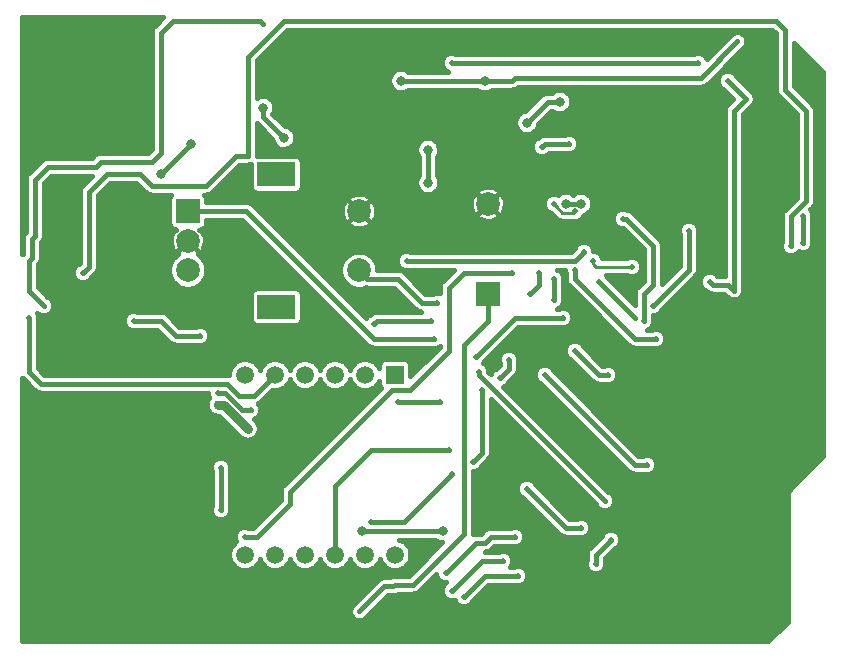
<source format=gbr>
%TF.GenerationSoftware,KiCad,Pcbnew,(5.1.8)-1*%
%TF.CreationDate,2021-03-12T13:42:17+01:00*%
%TF.ProjectId,AP,41502e6b-6963-4616-945f-706362585858,rev?*%
%TF.SameCoordinates,Original*%
%TF.FileFunction,Copper,L1,Top*%
%TF.FilePolarity,Positive*%
%FSLAX46Y46*%
G04 Gerber Fmt 4.6, Leading zero omitted, Abs format (unit mm)*
G04 Created by KiCad (PCBNEW (5.1.8)-1) date 2021-03-12 13:42:17*
%MOMM*%
%LPD*%
G01*
G04 APERTURE LIST*
%TA.AperFunction,ComponentPad*%
%ADD10R,2.000000X2.000000*%
%TD*%
%TA.AperFunction,ComponentPad*%
%ADD11C,2.000000*%
%TD*%
%TA.AperFunction,ComponentPad*%
%ADD12R,3.200000X2.000000*%
%TD*%
%TA.AperFunction,ComponentPad*%
%ADD13C,1.500000*%
%TD*%
%TA.AperFunction,ComponentPad*%
%ADD14R,1.500000X1.500000*%
%TD*%
%TA.AperFunction,ViaPad*%
%ADD15C,0.800000*%
%TD*%
%TA.AperFunction,ViaPad*%
%ADD16C,0.762000*%
%TD*%
%TA.AperFunction,ViaPad*%
%ADD17C,0.508000*%
%TD*%
%TA.AperFunction,Conductor*%
%ADD18C,0.381000*%
%TD*%
%TA.AperFunction,Conductor*%
%ADD19C,0.762000*%
%TD*%
%TA.AperFunction,Conductor*%
%ADD20C,0.250000*%
%TD*%
%TA.AperFunction,Conductor*%
%ADD21C,0.100000*%
%TD*%
G04 APERTURE END LIST*
D10*
%TO.P,Nastaven1,A*%
%TO.N,A*%
X148590000Y-86995000D03*
D11*
%TO.P,Nastaven1,C*%
%TO.N,GND*%
X148590000Y-89495000D03*
%TO.P,Nastaven1,B*%
%TO.N,B*%
X148590000Y-91995000D03*
D12*
%TO.P,Nastaven1,MP*%
%TO.N,N/C*%
X156090000Y-83895000D03*
X156090000Y-95095000D03*
D11*
%TO.P,Nastaven1,S2*%
%TO.N,GND*%
X163090000Y-86995000D03*
%TO.P,Nastaven1,S1*%
%TO.N,S1*%
X163090000Y-91995000D03*
%TD*%
D13*
%TO.P,Displej1,12*%
%TO.N,Net-(Displej1-Pad12)*%
X166116000Y-116078000D03*
%TO.P,Displej1,11*%
%TO.N,Net-(Displej1-Pad11)*%
X163576000Y-116078000D03*
%TO.P,Displej1,10*%
%TO.N,Net-(Displej1-Pad10)*%
X161036000Y-116078000D03*
%TO.P,Displej1,9*%
%TO.N,Net-(Displej1-Pad9)*%
X158496000Y-116078000D03*
%TO.P,Displej1,8*%
%TO.N,Net-(Displej1-Pad8)*%
X155956000Y-116078000D03*
%TO.P,Displej1,7*%
%TO.N,Net-(Displej1-Pad7)*%
X153416000Y-116078000D03*
%TO.P,Displej1,6*%
%TO.N,Net-(Displej1-Pad6)*%
X153416000Y-100838000D03*
%TO.P,Displej1,5*%
%TO.N,Net-(Displej1-Pad5)*%
X155956000Y-100838000D03*
%TO.P,Displej1,4*%
%TO.N,Net-(Displej1-Pad4)*%
X158496000Y-100838000D03*
%TO.P,Displej1,3*%
%TO.N,Net-(Displej1-Pad3)*%
X161036000Y-100838000D03*
%TO.P,Displej1,2*%
%TO.N,Net-(Displej1-Pad2)*%
X163576000Y-100838000D03*
D14*
%TO.P,Displej1,1*%
%TO.N,Net-(Displej1-Pad1)*%
X166116000Y-100838000D03*
%TD*%
D11*
%TO.P,bzu\u010D\u00E1k1,2*%
%TO.N,GND*%
X173990000Y-86380000D03*
D10*
%TO.P,bzu\u010D\u00E1k1,1*%
%TO.N,Buz*%
X173990000Y-93980000D03*
%TD*%
D15*
%TO.N,Net-(Baterie1-Pad1)*%
X168910000Y-84582000D03*
X168910000Y-81788000D03*
%TO.N,GND*%
X180594000Y-105664000D03*
X151638000Y-106934000D03*
X152146000Y-92964000D03*
X196850000Y-116840000D03*
X186690000Y-86106000D03*
X199898000Y-85344000D03*
X157988000Y-107950000D03*
X149606000Y-113538000D03*
X151000000Y-119750000D03*
X198120000Y-92710000D03*
X141500000Y-77250000D03*
X176784000Y-85852000D03*
X173482000Y-77978000D03*
X139954000Y-94234000D03*
X141224000Y-88138000D03*
X158750000Y-86106000D03*
X191770000Y-106680000D03*
X199136000Y-101346000D03*
X168148000Y-116000000D03*
X197500000Y-77500000D03*
X195500000Y-74750000D03*
X201250000Y-75750000D03*
X186690000Y-90678000D03*
X138938000Y-111252000D03*
%TO.N,VCC*%
X148844000Y-81280000D03*
X146304000Y-83820000D03*
D16*
X151130000Y-103378000D03*
X153670000Y-105410000D03*
D17*
%TO.N,Y3*%
X191008000Y-88646000D03*
X187960000Y-94996000D03*
X186436000Y-96012000D03*
X183388000Y-92964000D03*
%TO.N,Y4*%
X184150000Y-100838000D03*
X181356000Y-98806000D03*
X179578000Y-94488000D03*
X179578000Y-92710000D03*
D15*
X180594000Y-86360000D03*
X181864000Y-86360000D03*
D17*
%TO.N,Y5*%
X181356000Y-91948000D03*
X188214000Y-97790000D03*
X181356000Y-87021942D03*
X179578000Y-86360000D03*
%TO.N,Y6*%
X136398000Y-94996000D03*
X154940000Y-71120000D03*
X170942000Y-74422000D03*
X191770000Y-74422000D03*
X194310000Y-75946000D03*
X192786000Y-92964000D03*
%TO.N,Y7*%
X199644000Y-89916000D03*
X139700000Y-92202000D03*
%TO.N,A2*%
X176276000Y-114554000D03*
X170434000Y-117602000D03*
%TO.N,A1*%
X175260000Y-116586000D03*
X170942000Y-119126000D03*
%TO.N,A0*%
X200660000Y-87376000D03*
X200660000Y-89662000D03*
X176530000Y-117856000D03*
X171958000Y-119634000D03*
D15*
%TO.N,S1*%
X154940000Y-78232000D03*
X156718000Y-80772000D03*
D17*
X187452000Y-108458000D03*
X178816000Y-100838000D03*
X169672000Y-94742000D03*
%TO.N,B*%
X181864000Y-113792000D03*
X177292000Y-110490000D03*
X153924000Y-103826328D03*
X151130000Y-102362000D03*
%TO.N,A*%
X183134000Y-116840000D03*
X184404000Y-114808000D03*
X183896000Y-111506000D03*
X173228000Y-100584000D03*
X169418000Y-97790000D03*
D15*
%TO.N,GNDs9*%
X163322000Y-114046000D03*
X170180000Y-114046000D03*
%TO.N,SDA*%
X166624000Y-75946000D03*
X173736000Y-75946000D03*
%TO.N,SCL*%
X180086000Y-77724000D03*
X177292000Y-79502000D03*
D17*
%TO.N,Net-(Displej1-Pad11)*%
X164084000Y-113284000D03*
X180848000Y-81280000D03*
X178562000Y-81534000D03*
X178308000Y-92202000D03*
X177546000Y-93980000D03*
X175768000Y-99568000D03*
X175006000Y-101092000D03*
X173482000Y-102108000D03*
X172720000Y-108204000D03*
X170942000Y-109220000D03*
%TO.N,Net-(Displej1-Pad10)*%
X170688000Y-107188000D03*
X187198000Y-96266000D03*
X185420000Y-87630000D03*
%TO.N,Net-(Displej1-Pad8)*%
X151384000Y-108712000D03*
X151384000Y-112268000D03*
%TO.N,Net-(Displej1-Pad7)*%
X153416000Y-114554000D03*
X176022000Y-92202000D03*
%TO.N,Net-(Displej1-Pad5)*%
X135128000Y-96012000D03*
%TO.N,Net-(Displej1-Pad4)*%
X166370000Y-103124000D03*
X169926000Y-103124000D03*
%TO.N,Net-(Displej1-Pad3)*%
X149606000Y-97536000D03*
X144018000Y-96266000D03*
%TO.N,Net-(Displej1-Pad2)*%
X180340000Y-96012000D03*
X172974000Y-99314000D03*
X169164000Y-96266000D03*
X164338000Y-96520000D03*
X186182000Y-91694000D03*
X182880000Y-91186000D03*
%TO.N,Net-(Displej1-Pad1)*%
X167132000Y-91186000D03*
X182118000Y-90424000D03*
%TD*%
D18*
%TO.N,Net-(Baterie1-Pad1)*%
X168910000Y-84582000D02*
X168910000Y-81788000D01*
X168910000Y-81788000D02*
X168910000Y-81788000D01*
%TO.N,Buz*%
X173990000Y-93980000D02*
X173990000Y-96266000D01*
X173990000Y-96266000D02*
X171958000Y-98298000D01*
X171958000Y-98298000D02*
X171958000Y-114300000D01*
X171958000Y-114300000D02*
X167640000Y-118618000D01*
X167640000Y-118618000D02*
X166161458Y-118618000D01*
X165233671Y-118767729D02*
X166011729Y-118767729D01*
X163122800Y-120878600D02*
X165233671Y-118767729D01*
X166161458Y-118618000D02*
X166011729Y-118767729D01*
%TO.N,VCC*%
X148844000Y-81280000D02*
X146304000Y-83820000D01*
X146304000Y-83820000D02*
X146304000Y-83820000D01*
D19*
X153670000Y-105410000D02*
X153670000Y-105410000D01*
X151638000Y-103378000D02*
X151130000Y-103378000D01*
X151130000Y-103378000D02*
X151130000Y-103378000D01*
X153670000Y-105410000D02*
X151638000Y-103378000D01*
D18*
%TO.N,Y3*%
X191008000Y-88646000D02*
X191008000Y-91948000D01*
X191008000Y-91948000D02*
X187960000Y-94996000D01*
X187960000Y-94996000D02*
X187960000Y-94996000D01*
X186436000Y-96012000D02*
X183388000Y-92964000D01*
X183388000Y-92964000D02*
X183388000Y-92964000D01*
%TO.N,Y4*%
X184150000Y-100838000D02*
X183388000Y-100838000D01*
X183388000Y-100838000D02*
X181356000Y-98806000D01*
X181356000Y-98806000D02*
X181356000Y-98806000D01*
X179578000Y-94488000D02*
X179578000Y-92710000D01*
X179578000Y-92710000D02*
X179578000Y-92710000D01*
X180594000Y-86360000D02*
X181864000Y-86360000D01*
X181864000Y-86360000D02*
X181864000Y-86360000D01*
%TO.N,Y5*%
X181356000Y-91948000D02*
X181356000Y-92710000D01*
X181356000Y-92710000D02*
X186436000Y-97790000D01*
X186436000Y-97790000D02*
X188214000Y-97790000D01*
X188214000Y-97790000D02*
X188214000Y-97790000D01*
D20*
X181356000Y-87021942D02*
X181255942Y-87122000D01*
X180282998Y-87122000D02*
X179832000Y-86671002D01*
X181255942Y-87122000D02*
X180282998Y-87122000D01*
X179832000Y-86671002D02*
X179832000Y-86614000D01*
X179832000Y-86614000D02*
X179578000Y-86360000D01*
X179578000Y-86360000D02*
X179578000Y-86360000D01*
D18*
%TO.N,Y6*%
X136398000Y-94996000D02*
X135128000Y-93726000D01*
X135128000Y-91186000D02*
X135382000Y-90932000D01*
X135128000Y-93726000D02*
X135128000Y-91186000D01*
X135382000Y-89348328D02*
X135636000Y-89094328D01*
X135382000Y-90932000D02*
X135382000Y-89348328D01*
X135636000Y-89094328D02*
X135636000Y-84328000D01*
X136725010Y-83238990D02*
X140789010Y-83238990D01*
X135636000Y-84328000D02*
X136725010Y-83238990D01*
X140789010Y-83238990D02*
X141224000Y-82804000D01*
X141224000Y-82804000D02*
X145542000Y-82804000D01*
X145542000Y-82804000D02*
X146304000Y-82042000D01*
X146304000Y-82042000D02*
X146304000Y-71882000D01*
X146304000Y-71882000D02*
X147320000Y-70866000D01*
X147320000Y-70866000D02*
X154178000Y-70866000D01*
X154178000Y-70866000D02*
X154686000Y-70866000D01*
X154686000Y-70866000D02*
X154940000Y-71120000D01*
X154940000Y-71120000D02*
X154940000Y-71120000D01*
X170942000Y-74422000D02*
X191516000Y-74422000D01*
X191516000Y-74422000D02*
X191770000Y-74422000D01*
X191770000Y-74422000D02*
X191770000Y-74422000D01*
X194310000Y-75946000D02*
X195834000Y-77470000D01*
X195834000Y-77470000D02*
X194818000Y-78486000D01*
X194818000Y-78486000D02*
X194818000Y-93726000D01*
X194818000Y-93726000D02*
X194310000Y-93218000D01*
X194310000Y-93218000D02*
X193040000Y-93218000D01*
X193040000Y-93218000D02*
X192786000Y-92964000D01*
X192786000Y-92964000D02*
X192786000Y-92964000D01*
%TO.N,Y7*%
X199644000Y-87438138D02*
X200914000Y-86168138D01*
X199644000Y-89916000D02*
X199644000Y-87438138D01*
X200914000Y-86168138D02*
X200914000Y-78486000D01*
X200914000Y-78486000D02*
X199136000Y-76708000D01*
X199136000Y-76708000D02*
X199136000Y-71628000D01*
X199136000Y-71628000D02*
X198936099Y-71428099D01*
X198936099Y-71428099D02*
X198374000Y-70866000D01*
X198374000Y-70866000D02*
X156718000Y-70866000D01*
X156718000Y-70866000D02*
X153670000Y-73914000D01*
X153670000Y-73914000D02*
X153670000Y-82296000D01*
X153670000Y-82296000D02*
X152654000Y-82296000D01*
X152654000Y-82296000D02*
X150114000Y-84836000D01*
X150114000Y-84836000D02*
X146304000Y-84836000D01*
X146304000Y-84836000D02*
X145542000Y-84836000D01*
X145542000Y-84836000D02*
X144526000Y-83820000D01*
X144526000Y-83820000D02*
X141732000Y-83820000D01*
X141732000Y-83820000D02*
X140208000Y-85344000D01*
X140208000Y-85344000D02*
X140208000Y-89154000D01*
X140208000Y-89154000D02*
X140208000Y-91694000D01*
X140208000Y-91694000D02*
X139700000Y-92202000D01*
X139700000Y-92202000D02*
X139700000Y-92202000D01*
%TO.N,A2*%
X176276000Y-114554000D02*
X174244000Y-114554000D01*
X174244000Y-114554000D02*
X173736000Y-115062000D01*
X173736000Y-115062000D02*
X172974000Y-115062000D01*
X172974000Y-115062000D02*
X170434000Y-117602000D01*
X170434000Y-117602000D02*
X170434000Y-117602000D01*
%TO.N,A1*%
X175260000Y-116586000D02*
X173482000Y-116586000D01*
X173482000Y-116586000D02*
X170942000Y-119126000D01*
X170942000Y-119126000D02*
X170942000Y-119126000D01*
%TO.N,A0*%
X200660000Y-87376000D02*
X200660000Y-89408000D01*
X200660000Y-89408000D02*
X200660000Y-89662000D01*
X200660000Y-89662000D02*
X200660000Y-89662000D01*
X176530000Y-117856000D02*
X173736000Y-117856000D01*
X173736000Y-117856000D02*
X171958000Y-119634000D01*
X171958000Y-119634000D02*
X171958000Y-119634000D01*
%TO.N,S1*%
X154940000Y-78232000D02*
X154940000Y-78994000D01*
X154940000Y-78994000D02*
X156718000Y-80772000D01*
X156718000Y-80772000D02*
X156718000Y-80772000D01*
X187452000Y-108458000D02*
X186436000Y-108458000D01*
X186436000Y-108458000D02*
X178816000Y-100838000D01*
X178816000Y-100838000D02*
X178816000Y-100838000D01*
X169672000Y-94742000D02*
X168402000Y-94742000D01*
X168402000Y-94742000D02*
X166370000Y-92710000D01*
X166370000Y-92710000D02*
X166370000Y-92710000D01*
X163805000Y-92710000D02*
X163090000Y-91995000D01*
X166370000Y-92710000D02*
X163805000Y-92710000D01*
%TO.N,B*%
X181864000Y-113792000D02*
X180594000Y-113792000D01*
X180594000Y-113792000D02*
X177292000Y-110490000D01*
X177292000Y-110490000D02*
X177292000Y-110490000D01*
X153177406Y-103826328D02*
X151713078Y-102362000D01*
X153924000Y-103826328D02*
X153177406Y-103826328D01*
X151713078Y-102362000D02*
X151130000Y-102362000D01*
X151130000Y-102362000D02*
X151130000Y-102362000D01*
%TO.N,A*%
X183134000Y-116840000D02*
X183134000Y-116078000D01*
X183134000Y-116078000D02*
X184404000Y-114808000D01*
X184404000Y-114808000D02*
X184404000Y-114808000D01*
X183896000Y-111506000D02*
X173228000Y-100838000D01*
X173228000Y-100838000D02*
X173228000Y-100584000D01*
X173228000Y-100584000D02*
X173228000Y-100584000D01*
X169418000Y-97790000D02*
X164338000Y-97790000D01*
X153543000Y-86995000D02*
X148590000Y-86995000D01*
X164338000Y-97790000D02*
X153543000Y-86995000D01*
%TO.N,GNDs9*%
X163322000Y-114046000D02*
X169926000Y-114046000D01*
X169926000Y-114046000D02*
X170180000Y-114046000D01*
X170180000Y-114046000D02*
X170180000Y-114046000D01*
%TO.N,SDA*%
X166624000Y-75946000D02*
X173228000Y-75946000D01*
X173228000Y-75946000D02*
X173736000Y-75946000D01*
X173736000Y-75946000D02*
X173736000Y-75946000D01*
X173736000Y-75946000D02*
X176022000Y-75946000D01*
X176022000Y-75946000D02*
X176276000Y-75692000D01*
X192049400Y-75692000D02*
X195122800Y-72618600D01*
X176276000Y-75692000D02*
X192049400Y-75692000D01*
%TO.N,SCL*%
X180086000Y-77724000D02*
X179070000Y-77724000D01*
X179070000Y-77724000D02*
X177292000Y-79502000D01*
X177292000Y-79502000D02*
X177292000Y-79502000D01*
%TO.N,Net-(Displej1-Pad11)*%
X164084000Y-113284000D02*
X166878000Y-113284000D01*
X166878000Y-113284000D02*
X170942000Y-109220000D01*
X180848000Y-81280000D02*
X178816000Y-81280000D01*
X178816000Y-81280000D02*
X178562000Y-81534000D01*
X178562000Y-81534000D02*
X178562000Y-81534000D01*
X178308000Y-92202000D02*
X178308000Y-93218000D01*
X178308000Y-93218000D02*
X177546000Y-93980000D01*
X177546000Y-93980000D02*
X177546000Y-93980000D01*
X175768000Y-99568000D02*
X175768000Y-100330000D01*
X175768000Y-100330000D02*
X175006000Y-101092000D01*
X175006000Y-101092000D02*
X175006000Y-101092000D01*
X173482000Y-102108000D02*
X173482000Y-107442000D01*
X173482000Y-107442000D02*
X172720000Y-108204000D01*
X172720000Y-108204000D02*
X172720000Y-108204000D01*
X170942000Y-109220000D02*
X170942000Y-109220000D01*
%TO.N,Net-(Displej1-Pad10)*%
X161036000Y-116078000D02*
X161036000Y-110236000D01*
X161036000Y-110236000D02*
X164084000Y-107188000D01*
X164084000Y-107188000D02*
X170688000Y-107188000D01*
X170688000Y-107188000D02*
X170688000Y-107188000D01*
X187198000Y-96266000D02*
X187198000Y-93980000D01*
X187198000Y-89154000D02*
X185674000Y-87630000D01*
X185674000Y-87630000D02*
X185420000Y-87630000D01*
X185420000Y-87630000D02*
X185420000Y-87630000D01*
X187198000Y-89154000D02*
X187960000Y-89916000D01*
X187960000Y-93218000D02*
X187198000Y-93980000D01*
X187960000Y-89916000D02*
X187960000Y-93218000D01*
%TO.N,Net-(Displej1-Pad8)*%
X151384000Y-108712000D02*
X151384000Y-111760000D01*
X151384000Y-111760000D02*
X151384000Y-112268000D01*
X151384000Y-112268000D02*
X151384000Y-112268000D01*
%TO.N,Net-(Displej1-Pad7)*%
X153416000Y-114554000D02*
X154432000Y-114554000D01*
X154432000Y-114554000D02*
X157226000Y-111760000D01*
X157226000Y-111760000D02*
X157226000Y-110744000D01*
X157226000Y-110744000D02*
X165862000Y-102108000D01*
X165862000Y-102108000D02*
X167386000Y-102108000D01*
X167386000Y-102108000D02*
X170688000Y-98806000D01*
X170688000Y-98806000D02*
X170688000Y-94579098D01*
X170688000Y-94579098D02*
X170688000Y-93472000D01*
X170688000Y-93472000D02*
X171958000Y-92202000D01*
X171958000Y-92202000D02*
X176022000Y-92202000D01*
X176022000Y-92202000D02*
X176022000Y-92202000D01*
%TO.N,Net-(Displej1-Pad5)*%
X155956000Y-100838000D02*
X154178000Y-102616000D01*
X154178000Y-102616000D02*
X152908000Y-102616000D01*
X152908000Y-102616000D02*
X151892000Y-101600000D01*
X151892000Y-101600000D02*
X136144000Y-101600000D01*
X136144000Y-101600000D02*
X135128000Y-100584000D01*
X135128000Y-100584000D02*
X135128000Y-96012000D01*
X135128000Y-96012000D02*
X135128000Y-96012000D01*
%TO.N,Net-(Displej1-Pad4)*%
X166370000Y-103124000D02*
X169926000Y-103124000D01*
X169926000Y-103124000D02*
X169926000Y-103124000D01*
%TO.N,Net-(Displej1-Pad3)*%
X149606000Y-97536000D02*
X147574000Y-97536000D01*
X147574000Y-97536000D02*
X146304000Y-96266000D01*
X146304000Y-96266000D02*
X144018000Y-96266000D01*
X144018000Y-96266000D02*
X144018000Y-96266000D01*
%TO.N,Net-(Displej1-Pad2)*%
X180340000Y-96012000D02*
X176276000Y-96012000D01*
X176276000Y-96012000D02*
X174244000Y-98044000D01*
X174244000Y-98044000D02*
X172974000Y-99314000D01*
X172974000Y-99314000D02*
X172974000Y-99314000D01*
X169164000Y-96266000D02*
X164592000Y-96266000D01*
X164592000Y-96266000D02*
X164338000Y-96520000D01*
X164338000Y-96520000D02*
X164338000Y-96520000D01*
D20*
X186182000Y-91694000D02*
X183134000Y-91694000D01*
X183134000Y-91694000D02*
X182880000Y-91440000D01*
X182880000Y-91440000D02*
X182880000Y-91186000D01*
X182880000Y-91186000D02*
X182880000Y-91186000D01*
D18*
%TO.N,Net-(Displej1-Pad1)*%
X167132000Y-91186000D02*
X181356000Y-91186000D01*
X181356000Y-91186000D02*
X182118000Y-90424000D01*
X182118000Y-90424000D02*
X182118000Y-90424000D01*
%TD*%
%TO.N,GND*%
X198374001Y-71943632D02*
X198374000Y-76670577D01*
X198370314Y-76708000D01*
X198374000Y-76745423D01*
X198374000Y-76745425D01*
X198385026Y-76857377D01*
X198428598Y-77001014D01*
X198461535Y-77062635D01*
X198499355Y-77133392D01*
X198535130Y-77176983D01*
X198594578Y-77249422D01*
X198623654Y-77273284D01*
X200152001Y-78801631D01*
X200152000Y-85852507D01*
X199131649Y-86872859D01*
X199102579Y-86896716D01*
X199078722Y-86925786D01*
X199078721Y-86925787D01*
X199007355Y-87012746D01*
X198936599Y-87145123D01*
X198893027Y-87288760D01*
X198878314Y-87438138D01*
X198882001Y-87475571D01*
X198882000Y-89598496D01*
X198850224Y-89675211D01*
X198818500Y-89834695D01*
X198818500Y-89997305D01*
X198850224Y-90156789D01*
X198912452Y-90307021D01*
X199002792Y-90442225D01*
X199117775Y-90557208D01*
X199252979Y-90647548D01*
X199403211Y-90709776D01*
X199562695Y-90741500D01*
X199725305Y-90741500D01*
X199884789Y-90709776D01*
X200035021Y-90647548D01*
X200170225Y-90557208D01*
X200285208Y-90442225D01*
X200307164Y-90409365D01*
X200419211Y-90455776D01*
X200578695Y-90487500D01*
X200741305Y-90487500D01*
X200900789Y-90455776D01*
X201051021Y-90393548D01*
X201186225Y-90303208D01*
X201301208Y-90188225D01*
X201391548Y-90053021D01*
X201453776Y-89902789D01*
X201485500Y-89743305D01*
X201485500Y-89580695D01*
X201453776Y-89421211D01*
X201422000Y-89344497D01*
X201422000Y-87693503D01*
X201453776Y-87616789D01*
X201485500Y-87457305D01*
X201485500Y-87294695D01*
X201453776Y-87135211D01*
X201391548Y-86984979D01*
X201304727Y-86855042D01*
X201426353Y-86733416D01*
X201455422Y-86709560D01*
X201550645Y-86593530D01*
X201621402Y-86461153D01*
X201664974Y-86317516D01*
X201676000Y-86205564D01*
X201676000Y-86205562D01*
X201679686Y-86168139D01*
X201676000Y-86130716D01*
X201676000Y-78523423D01*
X201679686Y-78486000D01*
X201676000Y-78448574D01*
X201664974Y-78336622D01*
X201621402Y-78192985D01*
X201575252Y-78106644D01*
X201550645Y-78060607D01*
X201486422Y-77982352D01*
X201455422Y-77944578D01*
X201426346Y-77920716D01*
X199898000Y-76392370D01*
X199898000Y-72741577D01*
X202403501Y-75247080D01*
X202403500Y-107752921D01*
X199598934Y-110557489D01*
X199576171Y-110576170D01*
X199557492Y-110598931D01*
X199501630Y-110666999D01*
X199446240Y-110770626D01*
X199412132Y-110883066D01*
X199400614Y-111000000D01*
X199403501Y-111029310D01*
X199403501Y-116463467D01*
X199403500Y-121501630D01*
X199403500Y-121752922D01*
X197752923Y-123403500D01*
X134596500Y-123403500D01*
X134596500Y-108630695D01*
X150558500Y-108630695D01*
X150558500Y-108793305D01*
X150590224Y-108952789D01*
X150622000Y-109029503D01*
X150622001Y-111722565D01*
X150622000Y-111722575D01*
X150622000Y-111950497D01*
X150590224Y-112027211D01*
X150558500Y-112186695D01*
X150558500Y-112349305D01*
X150590224Y-112508789D01*
X150652452Y-112659021D01*
X150742792Y-112794225D01*
X150857775Y-112909208D01*
X150992979Y-112999548D01*
X151143211Y-113061776D01*
X151302695Y-113093500D01*
X151465305Y-113093500D01*
X151624789Y-113061776D01*
X151775021Y-112999548D01*
X151910225Y-112909208D01*
X152025208Y-112794225D01*
X152115548Y-112659021D01*
X152177776Y-112508789D01*
X152209500Y-112349305D01*
X152209500Y-112186695D01*
X152177776Y-112027211D01*
X152146000Y-111950497D01*
X152146000Y-109029503D01*
X152177776Y-108952789D01*
X152209500Y-108793305D01*
X152209500Y-108630695D01*
X152177776Y-108471211D01*
X152115548Y-108320979D01*
X152025208Y-108185775D01*
X151910225Y-108070792D01*
X151775021Y-107980452D01*
X151624789Y-107918224D01*
X151465305Y-107886500D01*
X151302695Y-107886500D01*
X151143211Y-107918224D01*
X150992979Y-107980452D01*
X150857775Y-108070792D01*
X150742792Y-108185775D01*
X150652452Y-108320979D01*
X150590224Y-108471211D01*
X150558500Y-108630695D01*
X134596500Y-108630695D01*
X134596500Y-101133565D01*
X134615654Y-101149284D01*
X135578721Y-102112351D01*
X135602578Y-102141422D01*
X135631648Y-102165279D01*
X135718607Y-102236645D01*
X135789364Y-102274465D01*
X135850985Y-102307402D01*
X135994622Y-102350974D01*
X136106574Y-102362000D01*
X136106577Y-102362000D01*
X136144000Y-102365686D01*
X136181423Y-102362000D01*
X150304500Y-102362000D01*
X150304500Y-102443305D01*
X150336224Y-102602789D01*
X150398452Y-102753021D01*
X150402252Y-102758709D01*
X150390145Y-102770816D01*
X150364017Y-102809920D01*
X150334194Y-102846259D01*
X150312035Y-102887715D01*
X150285905Y-102926822D01*
X150267905Y-102970277D01*
X150245748Y-103011731D01*
X150232103Y-103056712D01*
X150214104Y-103100166D01*
X150204929Y-103146293D01*
X150191283Y-103191277D01*
X150186675Y-103238060D01*
X150177500Y-103284187D01*
X150177500Y-103331215D01*
X150172892Y-103378000D01*
X150177500Y-103424785D01*
X150177500Y-103471813D01*
X150186675Y-103517940D01*
X150191283Y-103564723D01*
X150204929Y-103609707D01*
X150214104Y-103655834D01*
X150232103Y-103699288D01*
X150245748Y-103744269D01*
X150267905Y-103785723D01*
X150285905Y-103829178D01*
X150312035Y-103868285D01*
X150334194Y-103909741D01*
X150364017Y-103946080D01*
X150390145Y-103985184D01*
X150423397Y-104018436D01*
X150453222Y-104054778D01*
X150489564Y-104084603D01*
X150522816Y-104117855D01*
X150561920Y-104143983D01*
X150598259Y-104173806D01*
X150639715Y-104195965D01*
X150678822Y-104222095D01*
X150722277Y-104240095D01*
X150763731Y-104262252D01*
X150808712Y-104275897D01*
X150852166Y-104293896D01*
X150898293Y-104303071D01*
X150943277Y-104316717D01*
X150990060Y-104321325D01*
X151036187Y-104330500D01*
X151243462Y-104330500D01*
X152930145Y-106017184D01*
X152963397Y-106050436D01*
X152993222Y-106086778D01*
X153029562Y-106116601D01*
X153062816Y-106149855D01*
X153101920Y-106175983D01*
X153138259Y-106205806D01*
X153179715Y-106227965D01*
X153218822Y-106254095D01*
X153262277Y-106272095D01*
X153303731Y-106294252D01*
X153348712Y-106307897D01*
X153392166Y-106325896D01*
X153438293Y-106335071D01*
X153483277Y-106348717D01*
X153530060Y-106353325D01*
X153576187Y-106362500D01*
X153623215Y-106362500D01*
X153670000Y-106367108D01*
X153716785Y-106362500D01*
X153763813Y-106362500D01*
X153809940Y-106353325D01*
X153856723Y-106348717D01*
X153901707Y-106335071D01*
X153947834Y-106325896D01*
X153991288Y-106307897D01*
X154036269Y-106294252D01*
X154077723Y-106272095D01*
X154121178Y-106254095D01*
X154160285Y-106227965D01*
X154201741Y-106205806D01*
X154238080Y-106175983D01*
X154277184Y-106149855D01*
X154310438Y-106116601D01*
X154346778Y-106086778D01*
X154376603Y-106050436D01*
X154409855Y-106017184D01*
X154435983Y-105978080D01*
X154465806Y-105941741D01*
X154487965Y-105900285D01*
X154514095Y-105861178D01*
X154532095Y-105817723D01*
X154554252Y-105776269D01*
X154567897Y-105731288D01*
X154585896Y-105687834D01*
X154595071Y-105641707D01*
X154608717Y-105596723D01*
X154613325Y-105549940D01*
X154622500Y-105503813D01*
X154622500Y-105456785D01*
X154627108Y-105410000D01*
X154622500Y-105363215D01*
X154622500Y-105316187D01*
X154613325Y-105270060D01*
X154608717Y-105223277D01*
X154595071Y-105178293D01*
X154585896Y-105132166D01*
X154567897Y-105088712D01*
X154554252Y-105043731D01*
X154532095Y-105002277D01*
X154514095Y-104958822D01*
X154487965Y-104919715D01*
X154465806Y-104878259D01*
X154435983Y-104841920D01*
X154409855Y-104802816D01*
X154376601Y-104769562D01*
X154346778Y-104733222D01*
X154310436Y-104703397D01*
X154208880Y-104601841D01*
X154315021Y-104557876D01*
X154450225Y-104467536D01*
X154565208Y-104352553D01*
X154655548Y-104217349D01*
X154717776Y-104067117D01*
X154749500Y-103907633D01*
X154749500Y-103745023D01*
X154717776Y-103585539D01*
X154655548Y-103435307D01*
X154565208Y-103300103D01*
X154547581Y-103282476D01*
X154603392Y-103252645D01*
X154719422Y-103157422D01*
X154743284Y-103128346D01*
X155730997Y-102140633D01*
X155825844Y-102159500D01*
X156086156Y-102159500D01*
X156341467Y-102108715D01*
X156581965Y-102009098D01*
X156798407Y-101864476D01*
X156982476Y-101680407D01*
X157127098Y-101463965D01*
X157226000Y-101225193D01*
X157324902Y-101463965D01*
X157469524Y-101680407D01*
X157653593Y-101864476D01*
X157870035Y-102009098D01*
X158110533Y-102108715D01*
X158365844Y-102159500D01*
X158626156Y-102159500D01*
X158881467Y-102108715D01*
X159121965Y-102009098D01*
X159338407Y-101864476D01*
X159522476Y-101680407D01*
X159667098Y-101463965D01*
X159766000Y-101225193D01*
X159864902Y-101463965D01*
X160009524Y-101680407D01*
X160193593Y-101864476D01*
X160410035Y-102009098D01*
X160650533Y-102108715D01*
X160905844Y-102159500D01*
X161166156Y-102159500D01*
X161421467Y-102108715D01*
X161661965Y-102009098D01*
X161878407Y-101864476D01*
X162062476Y-101680407D01*
X162207098Y-101463965D01*
X162306000Y-101225193D01*
X162404902Y-101463965D01*
X162549524Y-101680407D01*
X162733593Y-101864476D01*
X162950035Y-102009098D01*
X163190533Y-102108715D01*
X163445844Y-102159500D01*
X163706156Y-102159500D01*
X163961467Y-102108715D01*
X164201965Y-102009098D01*
X164418407Y-101864476D01*
X164602476Y-101680407D01*
X164747098Y-101463965D01*
X164791735Y-101356201D01*
X164791735Y-101588000D01*
X164802769Y-101700034D01*
X164835448Y-101807762D01*
X164888516Y-101907045D01*
X164932153Y-101960216D01*
X156713649Y-110178721D01*
X156684579Y-110202578D01*
X156660722Y-110231648D01*
X156660721Y-110231649D01*
X156589355Y-110318608D01*
X156518599Y-110450985D01*
X156475027Y-110594622D01*
X156460314Y-110744000D01*
X156464001Y-110781433D01*
X156464000Y-111444370D01*
X154116370Y-113792000D01*
X153733503Y-113792000D01*
X153656789Y-113760224D01*
X153497305Y-113728500D01*
X153334695Y-113728500D01*
X153175211Y-113760224D01*
X153024979Y-113822452D01*
X152889775Y-113912792D01*
X152774792Y-114027775D01*
X152684452Y-114162979D01*
X152622224Y-114313211D01*
X152590500Y-114472695D01*
X152590500Y-114635305D01*
X152622224Y-114794789D01*
X152684452Y-114945021D01*
X152699432Y-114967441D01*
X152573593Y-115051524D01*
X152389524Y-115235593D01*
X152244902Y-115452035D01*
X152145285Y-115692533D01*
X152094500Y-115947844D01*
X152094500Y-116208156D01*
X152145285Y-116463467D01*
X152244902Y-116703965D01*
X152389524Y-116920407D01*
X152573593Y-117104476D01*
X152790035Y-117249098D01*
X153030533Y-117348715D01*
X153285844Y-117399500D01*
X153546156Y-117399500D01*
X153801467Y-117348715D01*
X154041965Y-117249098D01*
X154258407Y-117104476D01*
X154442476Y-116920407D01*
X154587098Y-116703965D01*
X154686000Y-116465193D01*
X154784902Y-116703965D01*
X154929524Y-116920407D01*
X155113593Y-117104476D01*
X155330035Y-117249098D01*
X155570533Y-117348715D01*
X155825844Y-117399500D01*
X156086156Y-117399500D01*
X156341467Y-117348715D01*
X156581965Y-117249098D01*
X156798407Y-117104476D01*
X156982476Y-116920407D01*
X157127098Y-116703965D01*
X157226000Y-116465193D01*
X157324902Y-116703965D01*
X157469524Y-116920407D01*
X157653593Y-117104476D01*
X157870035Y-117249098D01*
X158110533Y-117348715D01*
X158365844Y-117399500D01*
X158626156Y-117399500D01*
X158881467Y-117348715D01*
X159121965Y-117249098D01*
X159338407Y-117104476D01*
X159522476Y-116920407D01*
X159667098Y-116703965D01*
X159766000Y-116465193D01*
X159864902Y-116703965D01*
X160009524Y-116920407D01*
X160193593Y-117104476D01*
X160410035Y-117249098D01*
X160650533Y-117348715D01*
X160905844Y-117399500D01*
X161166156Y-117399500D01*
X161421467Y-117348715D01*
X161661965Y-117249098D01*
X161878407Y-117104476D01*
X162062476Y-116920407D01*
X162207098Y-116703965D01*
X162306000Y-116465193D01*
X162404902Y-116703965D01*
X162549524Y-116920407D01*
X162733593Y-117104476D01*
X162950035Y-117249098D01*
X163190533Y-117348715D01*
X163445844Y-117399500D01*
X163706156Y-117399500D01*
X163961467Y-117348715D01*
X164201965Y-117249098D01*
X164418407Y-117104476D01*
X164602476Y-116920407D01*
X164747098Y-116703965D01*
X164846000Y-116465193D01*
X164944902Y-116703965D01*
X165089524Y-116920407D01*
X165273593Y-117104476D01*
X165490035Y-117249098D01*
X165730533Y-117348715D01*
X165985844Y-117399500D01*
X166246156Y-117399500D01*
X166501467Y-117348715D01*
X166741965Y-117249098D01*
X166958407Y-117104476D01*
X167142476Y-116920407D01*
X167287098Y-116703965D01*
X167386715Y-116463467D01*
X167437500Y-116208156D01*
X167437500Y-115947844D01*
X167386715Y-115692533D01*
X167287098Y-115452035D01*
X167142476Y-115235593D01*
X166958407Y-115051524D01*
X166741965Y-114906902D01*
X166503193Y-114808000D01*
X169571759Y-114808000D01*
X169719822Y-114906932D01*
X169896624Y-114980166D01*
X170084316Y-115017500D01*
X170162869Y-115017500D01*
X167324370Y-117856000D01*
X166198881Y-117856000D01*
X166161458Y-117852314D01*
X166124035Y-117856000D01*
X166124032Y-117856000D01*
X166012080Y-117867026D01*
X165868443Y-117910598D01*
X165736066Y-117981355D01*
X165706366Y-118005729D01*
X165271093Y-118005729D01*
X165233670Y-118002043D01*
X165196247Y-118005729D01*
X165196245Y-118005729D01*
X165084293Y-118016755D01*
X164940656Y-118060327D01*
X164808279Y-118131084D01*
X164692249Y-118226307D01*
X164668392Y-118255377D01*
X162557521Y-120366249D01*
X162486155Y-120453208D01*
X162415399Y-120585585D01*
X162371827Y-120729222D01*
X162357114Y-120878600D01*
X162371827Y-121027978D01*
X162415399Y-121171615D01*
X162486155Y-121303992D01*
X162581379Y-121420021D01*
X162697408Y-121515245D01*
X162829785Y-121586001D01*
X162973422Y-121629573D01*
X163122800Y-121644286D01*
X163272178Y-121629573D01*
X163415815Y-121586001D01*
X163548192Y-121515245D01*
X163635151Y-121443879D01*
X165549302Y-119529729D01*
X165974306Y-119529729D01*
X166011729Y-119533415D01*
X166049152Y-119529729D01*
X166049155Y-119529729D01*
X166161107Y-119518703D01*
X166304744Y-119475131D01*
X166437121Y-119404374D01*
X166466821Y-119380000D01*
X167602577Y-119380000D01*
X167640000Y-119383686D01*
X167677423Y-119380000D01*
X167677426Y-119380000D01*
X167789378Y-119368974D01*
X167933015Y-119325402D01*
X168065392Y-119254645D01*
X168181422Y-119159422D01*
X168205284Y-119130346D01*
X169615771Y-117719859D01*
X169640224Y-117842789D01*
X169702452Y-117993021D01*
X169792792Y-118128225D01*
X169907775Y-118243208D01*
X170042979Y-118333548D01*
X170193211Y-118395776D01*
X170352695Y-118427500D01*
X170501519Y-118427500D01*
X170415775Y-118484792D01*
X170300792Y-118599775D01*
X170210452Y-118734979D01*
X170148224Y-118885211D01*
X170116500Y-119044695D01*
X170116500Y-119207305D01*
X170148224Y-119366789D01*
X170210452Y-119517021D01*
X170300792Y-119652225D01*
X170415775Y-119767208D01*
X170550979Y-119857548D01*
X170701211Y-119919776D01*
X170860695Y-119951500D01*
X171023305Y-119951500D01*
X171182789Y-119919776D01*
X171182848Y-119919752D01*
X171226452Y-120025021D01*
X171316792Y-120160225D01*
X171431775Y-120275208D01*
X171566979Y-120365548D01*
X171717211Y-120427776D01*
X171876695Y-120459500D01*
X172039305Y-120459500D01*
X172198789Y-120427776D01*
X172349021Y-120365548D01*
X172484225Y-120275208D01*
X172599208Y-120160225D01*
X172689548Y-120025021D01*
X172721325Y-119948305D01*
X174051630Y-118618000D01*
X176212497Y-118618000D01*
X176289211Y-118649776D01*
X176448695Y-118681500D01*
X176611305Y-118681500D01*
X176770789Y-118649776D01*
X176921021Y-118587548D01*
X177056225Y-118497208D01*
X177171208Y-118382225D01*
X177261548Y-118247021D01*
X177323776Y-118096789D01*
X177355500Y-117937305D01*
X177355500Y-117774695D01*
X177323776Y-117615211D01*
X177261548Y-117464979D01*
X177171208Y-117329775D01*
X177056225Y-117214792D01*
X176921021Y-117124452D01*
X176770789Y-117062224D01*
X176611305Y-117030500D01*
X176448695Y-117030500D01*
X176289211Y-117062224D01*
X176212497Y-117094000D01*
X175913385Y-117094000D01*
X175991548Y-116977021D01*
X176053776Y-116826789D01*
X176067321Y-116758695D01*
X182308500Y-116758695D01*
X182308500Y-116921305D01*
X182340224Y-117080789D01*
X182402452Y-117231021D01*
X182492792Y-117366225D01*
X182607775Y-117481208D01*
X182742979Y-117571548D01*
X182893211Y-117633776D01*
X183052695Y-117665500D01*
X183215305Y-117665500D01*
X183374789Y-117633776D01*
X183525021Y-117571548D01*
X183660225Y-117481208D01*
X183775208Y-117366225D01*
X183865548Y-117231021D01*
X183927776Y-117080789D01*
X183959500Y-116921305D01*
X183959500Y-116758695D01*
X183927776Y-116599211D01*
X183896000Y-116522497D01*
X183896000Y-116393630D01*
X184718307Y-115571324D01*
X184795021Y-115539548D01*
X184930225Y-115449208D01*
X185045208Y-115334225D01*
X185135548Y-115199021D01*
X185197776Y-115048789D01*
X185229500Y-114889305D01*
X185229500Y-114726695D01*
X185197776Y-114567211D01*
X185135548Y-114416979D01*
X185045208Y-114281775D01*
X184930225Y-114166792D01*
X184795021Y-114076452D01*
X184644789Y-114014224D01*
X184485305Y-113982500D01*
X184322695Y-113982500D01*
X184163211Y-114014224D01*
X184012979Y-114076452D01*
X183877775Y-114166792D01*
X183762792Y-114281775D01*
X183672452Y-114416979D01*
X183640676Y-114493693D01*
X182621649Y-115512721D01*
X182592579Y-115536578D01*
X182568722Y-115565648D01*
X182568721Y-115565649D01*
X182497355Y-115652608D01*
X182434929Y-115769401D01*
X182426599Y-115784985D01*
X182383026Y-115928622D01*
X182372000Y-116040574D01*
X182368314Y-116078000D01*
X182372000Y-116115423D01*
X182372000Y-116522497D01*
X182340224Y-116599211D01*
X182308500Y-116758695D01*
X176067321Y-116758695D01*
X176085500Y-116667305D01*
X176085500Y-116504695D01*
X176053776Y-116345211D01*
X175991548Y-116194979D01*
X175901208Y-116059775D01*
X175786225Y-115944792D01*
X175651021Y-115854452D01*
X175500789Y-115792224D01*
X175341305Y-115760500D01*
X175178695Y-115760500D01*
X175019211Y-115792224D01*
X174942497Y-115824000D01*
X173773426Y-115824000D01*
X173885378Y-115812974D01*
X174029015Y-115769402D01*
X174161392Y-115698645D01*
X174277422Y-115603422D01*
X174301284Y-115574346D01*
X174559630Y-115316000D01*
X175958497Y-115316000D01*
X176035211Y-115347776D01*
X176194695Y-115379500D01*
X176357305Y-115379500D01*
X176516789Y-115347776D01*
X176667021Y-115285548D01*
X176802225Y-115195208D01*
X176917208Y-115080225D01*
X177007548Y-114945021D01*
X177069776Y-114794789D01*
X177101500Y-114635305D01*
X177101500Y-114472695D01*
X177069776Y-114313211D01*
X177007548Y-114162979D01*
X176917208Y-114027775D01*
X176802225Y-113912792D01*
X176667021Y-113822452D01*
X176516789Y-113760224D01*
X176357305Y-113728500D01*
X176194695Y-113728500D01*
X176035211Y-113760224D01*
X175958497Y-113792000D01*
X174281415Y-113792000D01*
X174243999Y-113788315D01*
X174206583Y-113792000D01*
X174206574Y-113792000D01*
X174094622Y-113803026D01*
X173950985Y-113846598D01*
X173818608Y-113917355D01*
X173702578Y-114012578D01*
X173678716Y-114041654D01*
X173420370Y-114300000D01*
X173011422Y-114300000D01*
X172973999Y-114296314D01*
X172936576Y-114300000D01*
X172936574Y-114300000D01*
X172824622Y-114311026D01*
X172719458Y-114342927D01*
X172720000Y-114337426D01*
X172720000Y-114337424D01*
X172723686Y-114300001D01*
X172720000Y-114262578D01*
X172720000Y-110408695D01*
X176466500Y-110408695D01*
X176466500Y-110571305D01*
X176498224Y-110730789D01*
X176560452Y-110881021D01*
X176650792Y-111016225D01*
X176765775Y-111131208D01*
X176900979Y-111221548D01*
X176977694Y-111253325D01*
X180028721Y-114304352D01*
X180052578Y-114333422D01*
X180168608Y-114428645D01*
X180300985Y-114499402D01*
X180444622Y-114542974D01*
X180556574Y-114554000D01*
X180556576Y-114554000D01*
X180593999Y-114557686D01*
X180631422Y-114554000D01*
X181546497Y-114554000D01*
X181623211Y-114585776D01*
X181782695Y-114617500D01*
X181945305Y-114617500D01*
X182104789Y-114585776D01*
X182255021Y-114523548D01*
X182390225Y-114433208D01*
X182505208Y-114318225D01*
X182595548Y-114183021D01*
X182657776Y-114032789D01*
X182689500Y-113873305D01*
X182689500Y-113710695D01*
X182657776Y-113551211D01*
X182595548Y-113400979D01*
X182505208Y-113265775D01*
X182390225Y-113150792D01*
X182255021Y-113060452D01*
X182104789Y-112998224D01*
X181945305Y-112966500D01*
X181782695Y-112966500D01*
X181623211Y-112998224D01*
X181546497Y-113030000D01*
X180909631Y-113030000D01*
X178055325Y-110175694D01*
X178023548Y-110098979D01*
X177933208Y-109963775D01*
X177818225Y-109848792D01*
X177683021Y-109758452D01*
X177532789Y-109696224D01*
X177373305Y-109664500D01*
X177210695Y-109664500D01*
X177051211Y-109696224D01*
X176900979Y-109758452D01*
X176765775Y-109848792D01*
X176650792Y-109963775D01*
X176560452Y-110098979D01*
X176498224Y-110249211D01*
X176466500Y-110408695D01*
X172720000Y-110408695D01*
X172720000Y-109029500D01*
X172801305Y-109029500D01*
X172960789Y-108997776D01*
X173111021Y-108935548D01*
X173246225Y-108845208D01*
X173361208Y-108730225D01*
X173451548Y-108595021D01*
X173483324Y-108518306D01*
X173994351Y-108007280D01*
X174023422Y-107983422D01*
X174054422Y-107945648D01*
X174118645Y-107867393D01*
X174170368Y-107770625D01*
X174189402Y-107735015D01*
X174232974Y-107591378D01*
X174244000Y-107479426D01*
X174244000Y-107479423D01*
X174247686Y-107442000D01*
X174244000Y-107404577D01*
X174244000Y-102931630D01*
X183132676Y-111820307D01*
X183164452Y-111897021D01*
X183254792Y-112032225D01*
X183369775Y-112147208D01*
X183504979Y-112237548D01*
X183655211Y-112299776D01*
X183814695Y-112331500D01*
X183977305Y-112331500D01*
X184136789Y-112299776D01*
X184287021Y-112237548D01*
X184422225Y-112147208D01*
X184537208Y-112032225D01*
X184627548Y-111897021D01*
X184689776Y-111746789D01*
X184721500Y-111587305D01*
X184721500Y-111424695D01*
X184689776Y-111265211D01*
X184627548Y-111114979D01*
X184537208Y-110979775D01*
X184422225Y-110864792D01*
X184287021Y-110774452D01*
X184210307Y-110742676D01*
X175322179Y-101854549D01*
X175397021Y-101823548D01*
X175532225Y-101733208D01*
X175647208Y-101618225D01*
X175737548Y-101483021D01*
X175769324Y-101406306D01*
X176280351Y-100895280D01*
X176309422Y-100871422D01*
X176347693Y-100824789D01*
X176403576Y-100756695D01*
X177990500Y-100756695D01*
X177990500Y-100919305D01*
X178022224Y-101078789D01*
X178084452Y-101229021D01*
X178174792Y-101364225D01*
X178289775Y-101479208D01*
X178424979Y-101569548D01*
X178501695Y-101601325D01*
X185870721Y-108970352D01*
X185894578Y-108999422D01*
X186010608Y-109094645D01*
X186142985Y-109165402D01*
X186286622Y-109208974D01*
X186398574Y-109220000D01*
X186398576Y-109220000D01*
X186435999Y-109223686D01*
X186473422Y-109220000D01*
X187134497Y-109220000D01*
X187211211Y-109251776D01*
X187370695Y-109283500D01*
X187533305Y-109283500D01*
X187692789Y-109251776D01*
X187843021Y-109189548D01*
X187978225Y-109099208D01*
X188093208Y-108984225D01*
X188183548Y-108849021D01*
X188245776Y-108698789D01*
X188277500Y-108539305D01*
X188277500Y-108376695D01*
X188245776Y-108217211D01*
X188183548Y-108066979D01*
X188093208Y-107931775D01*
X187978225Y-107816792D01*
X187843021Y-107726452D01*
X187692789Y-107664224D01*
X187533305Y-107632500D01*
X187370695Y-107632500D01*
X187211211Y-107664224D01*
X187134497Y-107696000D01*
X186751631Y-107696000D01*
X179579325Y-100523695D01*
X179547548Y-100446979D01*
X179457208Y-100311775D01*
X179342225Y-100196792D01*
X179207021Y-100106452D01*
X179056789Y-100044224D01*
X178897305Y-100012500D01*
X178734695Y-100012500D01*
X178575211Y-100044224D01*
X178424979Y-100106452D01*
X178289775Y-100196792D01*
X178174792Y-100311775D01*
X178084452Y-100446979D01*
X178022224Y-100597211D01*
X177990500Y-100756695D01*
X176403576Y-100756695D01*
X176404645Y-100755393D01*
X176452101Y-100666608D01*
X176475402Y-100623015D01*
X176518974Y-100479378D01*
X176530000Y-100367426D01*
X176530000Y-100367423D01*
X176533686Y-100330000D01*
X176530000Y-100292577D01*
X176530000Y-99885503D01*
X176561776Y-99808789D01*
X176593500Y-99649305D01*
X176593500Y-99486695D01*
X176561776Y-99327211D01*
X176499548Y-99176979D01*
X176409208Y-99041775D01*
X176294225Y-98926792D01*
X176159021Y-98836452D01*
X176008789Y-98774224D01*
X175849305Y-98742500D01*
X175686695Y-98742500D01*
X175527211Y-98774224D01*
X175376979Y-98836452D01*
X175241775Y-98926792D01*
X175126792Y-99041775D01*
X175036452Y-99176979D01*
X174974224Y-99327211D01*
X174942500Y-99486695D01*
X174942500Y-99649305D01*
X174974224Y-99808789D01*
X175006000Y-99885503D01*
X175006000Y-100014369D01*
X174691694Y-100328676D01*
X174614979Y-100360452D01*
X174479775Y-100450792D01*
X174364792Y-100565775D01*
X174274452Y-100700979D01*
X174243451Y-100775821D01*
X174053500Y-100585870D01*
X174053500Y-100502695D01*
X174021776Y-100343211D01*
X173959548Y-100192979D01*
X173869208Y-100057775D01*
X173754225Y-99942792D01*
X173619021Y-99852452D01*
X173607679Y-99847754D01*
X173615208Y-99840225D01*
X173705548Y-99705021D01*
X173737324Y-99628306D01*
X174640935Y-98724695D01*
X180530500Y-98724695D01*
X180530500Y-98887305D01*
X180562224Y-99046789D01*
X180624452Y-99197021D01*
X180714792Y-99332225D01*
X180829775Y-99447208D01*
X180964979Y-99537548D01*
X181041694Y-99569324D01*
X182822720Y-101350351D01*
X182846578Y-101379422D01*
X182875648Y-101403279D01*
X182962607Y-101474645D01*
X182978278Y-101483021D01*
X183094985Y-101545402D01*
X183238622Y-101588974D01*
X183350574Y-101600000D01*
X183350577Y-101600000D01*
X183388000Y-101603686D01*
X183425423Y-101600000D01*
X183832497Y-101600000D01*
X183909211Y-101631776D01*
X184068695Y-101663500D01*
X184231305Y-101663500D01*
X184390789Y-101631776D01*
X184541021Y-101569548D01*
X184676225Y-101479208D01*
X184791208Y-101364225D01*
X184881548Y-101229021D01*
X184943776Y-101078789D01*
X184975500Y-100919305D01*
X184975500Y-100756695D01*
X184943776Y-100597211D01*
X184881548Y-100446979D01*
X184791208Y-100311775D01*
X184676225Y-100196792D01*
X184541021Y-100106452D01*
X184390789Y-100044224D01*
X184231305Y-100012500D01*
X184068695Y-100012500D01*
X183909211Y-100044224D01*
X183832497Y-100076000D01*
X183703631Y-100076000D01*
X182119324Y-98491694D01*
X182087548Y-98414979D01*
X181997208Y-98279775D01*
X181882225Y-98164792D01*
X181747021Y-98074452D01*
X181596789Y-98012224D01*
X181437305Y-97980500D01*
X181274695Y-97980500D01*
X181115211Y-98012224D01*
X180964979Y-98074452D01*
X180829775Y-98164792D01*
X180714792Y-98279775D01*
X180624452Y-98414979D01*
X180562224Y-98565211D01*
X180530500Y-98724695D01*
X174640935Y-98724695D01*
X174809279Y-98556352D01*
X174809283Y-98556347D01*
X176591631Y-96774000D01*
X180022497Y-96774000D01*
X180099211Y-96805776D01*
X180258695Y-96837500D01*
X180421305Y-96837500D01*
X180580789Y-96805776D01*
X180731021Y-96743548D01*
X180866225Y-96653208D01*
X180981208Y-96538225D01*
X181071548Y-96403021D01*
X181133776Y-96252789D01*
X181165500Y-96093305D01*
X181165500Y-95930695D01*
X181133776Y-95771211D01*
X181071548Y-95620979D01*
X180981208Y-95485775D01*
X180866225Y-95370792D01*
X180731021Y-95280452D01*
X180580789Y-95218224D01*
X180421305Y-95186500D01*
X180258695Y-95186500D01*
X180099211Y-95218224D01*
X180022497Y-95250000D01*
X179895503Y-95250000D01*
X179969021Y-95219548D01*
X180104225Y-95129208D01*
X180219208Y-95014225D01*
X180309548Y-94879021D01*
X180371776Y-94728789D01*
X180403500Y-94569305D01*
X180403500Y-94406695D01*
X180371776Y-94247211D01*
X180340000Y-94170497D01*
X180340000Y-93027503D01*
X180371776Y-92950789D01*
X180403500Y-92791305D01*
X180403500Y-92628695D01*
X180371776Y-92469211D01*
X180309548Y-92318979D01*
X180219208Y-92183775D01*
X180104225Y-92068792D01*
X179969021Y-91978452D01*
X179895503Y-91948000D01*
X180530500Y-91948000D01*
X180530500Y-92029305D01*
X180562224Y-92188789D01*
X180594000Y-92265503D01*
X180594000Y-92672574D01*
X180590314Y-92710000D01*
X180594000Y-92747423D01*
X180594000Y-92747426D01*
X180605026Y-92859378D01*
X180648599Y-93003015D01*
X180719355Y-93135392D01*
X180787150Y-93218000D01*
X180814579Y-93251422D01*
X180843649Y-93275279D01*
X185870721Y-98302352D01*
X185894578Y-98331422D01*
X185923648Y-98355279D01*
X186010607Y-98426645D01*
X186081364Y-98464465D01*
X186142985Y-98497402D01*
X186286622Y-98540974D01*
X186398574Y-98552000D01*
X186398577Y-98552000D01*
X186436000Y-98555686D01*
X186473423Y-98552000D01*
X187896497Y-98552000D01*
X187973211Y-98583776D01*
X188132695Y-98615500D01*
X188295305Y-98615500D01*
X188454789Y-98583776D01*
X188605021Y-98521548D01*
X188740225Y-98431208D01*
X188855208Y-98316225D01*
X188945548Y-98181021D01*
X189007776Y-98030789D01*
X189039500Y-97871305D01*
X189039500Y-97708695D01*
X189007776Y-97549211D01*
X188945548Y-97398979D01*
X188855208Y-97263775D01*
X188740225Y-97148792D01*
X188605021Y-97058452D01*
X188454789Y-96996224D01*
X188295305Y-96964500D01*
X188132695Y-96964500D01*
X187973211Y-96996224D01*
X187896497Y-97028000D01*
X187515503Y-97028000D01*
X187589021Y-96997548D01*
X187724225Y-96907208D01*
X187839208Y-96792225D01*
X187929548Y-96657021D01*
X187991776Y-96506789D01*
X188023500Y-96347305D01*
X188023500Y-96184695D01*
X187991776Y-96025211D01*
X187960000Y-95948497D01*
X187960000Y-95821500D01*
X188041305Y-95821500D01*
X188200789Y-95789776D01*
X188351021Y-95727548D01*
X188486225Y-95637208D01*
X188601208Y-95522225D01*
X188691548Y-95387021D01*
X188723324Y-95310306D01*
X191150935Y-92882695D01*
X191960500Y-92882695D01*
X191960500Y-93045305D01*
X191992224Y-93204789D01*
X192054452Y-93355021D01*
X192144792Y-93490225D01*
X192259775Y-93605208D01*
X192394979Y-93695548D01*
X192471695Y-93727325D01*
X192474716Y-93730346D01*
X192498578Y-93759422D01*
X192614608Y-93854645D01*
X192746985Y-93925402D01*
X192890622Y-93968974D01*
X193002574Y-93980000D01*
X193002576Y-93980000D01*
X193039999Y-93983686D01*
X193077422Y-93980000D01*
X193994370Y-93980000D01*
X194252721Y-94238351D01*
X194276579Y-94267422D01*
X194305649Y-94291279D01*
X194392607Y-94362644D01*
X194524983Y-94433401D01*
X194524986Y-94433402D01*
X194668623Y-94476974D01*
X194818000Y-94491686D01*
X194967378Y-94476974D01*
X195111015Y-94433402D01*
X195243392Y-94362645D01*
X195359422Y-94267422D01*
X195454645Y-94151392D01*
X195525402Y-94019015D01*
X195568974Y-93875378D01*
X195580000Y-93763426D01*
X195580000Y-93763415D01*
X195583685Y-93725999D01*
X195580000Y-93688583D01*
X195580000Y-78801630D01*
X196346360Y-78035270D01*
X196375421Y-78011421D01*
X196399270Y-77982361D01*
X196399279Y-77982352D01*
X196470645Y-77895393D01*
X196541401Y-77763016D01*
X196584973Y-77619379D01*
X196599686Y-77470000D01*
X196584973Y-77320622D01*
X196578295Y-77298608D01*
X196541401Y-77176983D01*
X196470644Y-77044607D01*
X196399279Y-76957648D01*
X196399272Y-76957641D01*
X196375421Y-76928579D01*
X196346359Y-76904728D01*
X195073324Y-75631694D01*
X195041548Y-75554979D01*
X194951208Y-75419775D01*
X194836225Y-75304792D01*
X194701021Y-75214452D01*
X194550789Y-75152224D01*
X194391305Y-75120500D01*
X194228695Y-75120500D01*
X194069211Y-75152224D01*
X193918979Y-75214452D01*
X193783775Y-75304792D01*
X193668792Y-75419775D01*
X193578452Y-75554979D01*
X193516224Y-75705211D01*
X193484500Y-75864695D01*
X193484500Y-76027305D01*
X193516224Y-76186789D01*
X193578452Y-76337021D01*
X193668792Y-76472225D01*
X193783775Y-76587208D01*
X193918979Y-76677548D01*
X193995694Y-76709324D01*
X194756369Y-77470000D01*
X194305654Y-77920716D01*
X194276578Y-77944578D01*
X194225042Y-78007376D01*
X194181355Y-78060608D01*
X194169588Y-78082623D01*
X194110598Y-78192986D01*
X194067026Y-78336623D01*
X194056000Y-78448574D01*
X194052314Y-78486000D01*
X194056000Y-78523423D01*
X194056001Y-92456000D01*
X193439385Y-92456000D01*
X193427208Y-92437775D01*
X193312225Y-92322792D01*
X193177021Y-92232452D01*
X193026789Y-92170224D01*
X192867305Y-92138500D01*
X192704695Y-92138500D01*
X192545211Y-92170224D01*
X192394979Y-92232452D01*
X192259775Y-92322792D01*
X192144792Y-92437775D01*
X192054452Y-92572979D01*
X191992224Y-92723211D01*
X191960500Y-92882695D01*
X191150935Y-92882695D01*
X191520352Y-92513279D01*
X191549422Y-92489422D01*
X191582228Y-92449448D01*
X191644645Y-92373393D01*
X191692101Y-92284608D01*
X191715402Y-92241015D01*
X191758974Y-92097378D01*
X191770000Y-91985426D01*
X191770000Y-91985423D01*
X191773686Y-91948000D01*
X191770000Y-91910574D01*
X191770000Y-88963503D01*
X191801776Y-88886789D01*
X191833500Y-88727305D01*
X191833500Y-88564695D01*
X191801776Y-88405211D01*
X191739548Y-88254979D01*
X191649208Y-88119775D01*
X191534225Y-88004792D01*
X191399021Y-87914452D01*
X191248789Y-87852224D01*
X191089305Y-87820500D01*
X190926695Y-87820500D01*
X190767211Y-87852224D01*
X190616979Y-87914452D01*
X190481775Y-88004792D01*
X190366792Y-88119775D01*
X190276452Y-88254979D01*
X190214224Y-88405211D01*
X190182500Y-88564695D01*
X190182500Y-88727305D01*
X190214224Y-88886789D01*
X190246000Y-88963503D01*
X190246001Y-91632368D01*
X188722000Y-93156370D01*
X188722000Y-89953423D01*
X188725686Y-89916000D01*
X188722000Y-89878574D01*
X188710974Y-89766622D01*
X188667402Y-89622985D01*
X188596646Y-89490609D01*
X188596645Y-89490607D01*
X188525279Y-89403648D01*
X188501422Y-89374578D01*
X188472353Y-89350722D01*
X187763283Y-88641653D01*
X187763279Y-88641648D01*
X186239284Y-87117654D01*
X186215422Y-87088578D01*
X186099392Y-86993355D01*
X185967015Y-86922598D01*
X185823378Y-86879026D01*
X185745638Y-86871369D01*
X185660789Y-86836224D01*
X185501305Y-86804500D01*
X185338695Y-86804500D01*
X185179211Y-86836224D01*
X185028979Y-86898452D01*
X184893775Y-86988792D01*
X184778792Y-87103775D01*
X184688452Y-87238979D01*
X184626224Y-87389211D01*
X184594500Y-87548695D01*
X184594500Y-87711305D01*
X184626224Y-87870789D01*
X184688452Y-88021021D01*
X184778792Y-88156225D01*
X184893775Y-88271208D01*
X185028979Y-88361548D01*
X185179211Y-88423776D01*
X185338695Y-88455500D01*
X185421870Y-88455500D01*
X186685648Y-89719279D01*
X186685653Y-89719283D01*
X187198000Y-90231631D01*
X187198001Y-92902368D01*
X186685649Y-93414721D01*
X186656579Y-93438578D01*
X186632722Y-93467648D01*
X186632721Y-93467649D01*
X186561355Y-93554608D01*
X186490599Y-93686985D01*
X186447027Y-93830622D01*
X186432314Y-93980000D01*
X186436001Y-94017433D01*
X186436001Y-94934370D01*
X184151324Y-92649694D01*
X184119548Y-92572979D01*
X184029208Y-92437775D01*
X183981933Y-92390500D01*
X185738526Y-92390500D01*
X185790979Y-92425548D01*
X185941211Y-92487776D01*
X186100695Y-92519500D01*
X186263305Y-92519500D01*
X186422789Y-92487776D01*
X186573021Y-92425548D01*
X186708225Y-92335208D01*
X186823208Y-92220225D01*
X186913548Y-92085021D01*
X186975776Y-91934789D01*
X187007500Y-91775305D01*
X187007500Y-91612695D01*
X186975776Y-91453211D01*
X186913548Y-91302979D01*
X186823208Y-91167775D01*
X186708225Y-91052792D01*
X186573021Y-90962452D01*
X186422789Y-90900224D01*
X186263305Y-90868500D01*
X186100695Y-90868500D01*
X185941211Y-90900224D01*
X185790979Y-90962452D01*
X185738526Y-90997500D01*
X183684177Y-90997500D01*
X183673776Y-90945211D01*
X183611548Y-90794979D01*
X183521208Y-90659775D01*
X183406225Y-90544792D01*
X183271021Y-90454452D01*
X183120789Y-90392224D01*
X182961305Y-90360500D01*
X182943500Y-90360500D01*
X182943500Y-90342695D01*
X182911776Y-90183211D01*
X182849548Y-90032979D01*
X182759208Y-89897775D01*
X182644225Y-89782792D01*
X182509021Y-89692452D01*
X182358789Y-89630224D01*
X182199305Y-89598500D01*
X182036695Y-89598500D01*
X181877211Y-89630224D01*
X181726979Y-89692452D01*
X181591775Y-89782792D01*
X181476792Y-89897775D01*
X181386452Y-90032979D01*
X181354676Y-90109693D01*
X181040370Y-90424000D01*
X167449503Y-90424000D01*
X167372789Y-90392224D01*
X167213305Y-90360500D01*
X167050695Y-90360500D01*
X166891211Y-90392224D01*
X166740979Y-90454452D01*
X166605775Y-90544792D01*
X166490792Y-90659775D01*
X166400452Y-90794979D01*
X166338224Y-90945211D01*
X166306500Y-91104695D01*
X166306500Y-91267305D01*
X166338224Y-91426789D01*
X166400452Y-91577021D01*
X166490792Y-91712225D01*
X166605775Y-91827208D01*
X166740979Y-91917548D01*
X166891211Y-91979776D01*
X167050695Y-92011500D01*
X167213305Y-92011500D01*
X167372789Y-91979776D01*
X167449503Y-91948000D01*
X171134369Y-91948000D01*
X170175649Y-92906721D01*
X170146579Y-92930578D01*
X170122722Y-92959648D01*
X170122721Y-92959649D01*
X170051355Y-93046608D01*
X169980599Y-93178985D01*
X169937027Y-93322622D01*
X169922314Y-93472000D01*
X169926001Y-93509433D01*
X169926001Y-93953696D01*
X169912789Y-93948224D01*
X169753305Y-93916500D01*
X169590695Y-93916500D01*
X169431211Y-93948224D01*
X169354497Y-93980000D01*
X168717631Y-93980000D01*
X166935284Y-92197654D01*
X166911422Y-92168578D01*
X166795392Y-92073355D01*
X166663015Y-92002598D01*
X166519378Y-91959026D01*
X166407426Y-91948000D01*
X166407423Y-91948000D01*
X166370000Y-91944314D01*
X166332577Y-91948000D01*
X164661500Y-91948000D01*
X164661500Y-91840221D01*
X164601108Y-91536610D01*
X164482645Y-91250616D01*
X164310664Y-90993227D01*
X164091773Y-90774336D01*
X163834384Y-90602355D01*
X163548390Y-90483892D01*
X163244779Y-90423500D01*
X162935221Y-90423500D01*
X162631610Y-90483892D01*
X162345616Y-90602355D01*
X162088227Y-90774336D01*
X161869336Y-90993227D01*
X161697355Y-91250616D01*
X161578892Y-91536610D01*
X161518500Y-91840221D01*
X161518500Y-92149779D01*
X161578892Y-92453390D01*
X161697355Y-92739384D01*
X161869336Y-92996773D01*
X162088227Y-93215664D01*
X162345616Y-93387645D01*
X162631610Y-93506108D01*
X162935221Y-93566500D01*
X163244779Y-93566500D01*
X163548390Y-93506108D01*
X163657020Y-93461112D01*
X163767574Y-93472000D01*
X163767577Y-93472000D01*
X163805000Y-93475686D01*
X163842423Y-93472000D01*
X166054370Y-93472000D01*
X167836721Y-95254352D01*
X167860578Y-95283422D01*
X167889648Y-95307279D01*
X167976607Y-95378645D01*
X167992278Y-95387021D01*
X168108985Y-95449402D01*
X168252622Y-95492974D01*
X168364574Y-95504000D01*
X164629422Y-95504000D01*
X164591999Y-95500314D01*
X164554576Y-95504000D01*
X164554574Y-95504000D01*
X164442622Y-95515026D01*
X164298985Y-95558598D01*
X164166608Y-95629355D01*
X164050578Y-95724578D01*
X164026716Y-95753654D01*
X164023695Y-95756675D01*
X163946979Y-95788452D01*
X163811775Y-95878792D01*
X163696792Y-95993775D01*
X163665796Y-96040165D01*
X155572970Y-87947339D01*
X162151096Y-87947339D01*
X162246902Y-88171586D01*
X162492643Y-88313459D01*
X162761340Y-88404663D01*
X163042667Y-88441696D01*
X163325813Y-88423132D01*
X163599897Y-88349686D01*
X163854386Y-88224180D01*
X163933098Y-88171586D01*
X164028904Y-87947339D01*
X163090000Y-87008435D01*
X162151096Y-87947339D01*
X155572970Y-87947339D01*
X154573298Y-86947667D01*
X161643304Y-86947667D01*
X161661868Y-87230813D01*
X161735314Y-87504897D01*
X161860820Y-87759386D01*
X161913414Y-87838098D01*
X162137661Y-87933904D01*
X163076565Y-86995000D01*
X163103435Y-86995000D01*
X164042339Y-87933904D01*
X164266586Y-87838098D01*
X164408459Y-87592357D01*
X164496717Y-87332339D01*
X173051096Y-87332339D01*
X173146902Y-87556586D01*
X173392643Y-87698459D01*
X173661340Y-87789663D01*
X173942667Y-87826696D01*
X174225813Y-87808132D01*
X174499897Y-87734686D01*
X174754386Y-87609180D01*
X174833098Y-87556586D01*
X174928904Y-87332339D01*
X173990000Y-86393435D01*
X173051096Y-87332339D01*
X164496717Y-87332339D01*
X164499663Y-87323660D01*
X164536696Y-87042333D01*
X164518132Y-86759187D01*
X164444686Y-86485103D01*
X164369510Y-86332667D01*
X172543304Y-86332667D01*
X172561868Y-86615813D01*
X172635314Y-86889897D01*
X172760820Y-87144386D01*
X172813414Y-87223098D01*
X173037661Y-87318904D01*
X173976565Y-86380000D01*
X174003435Y-86380000D01*
X174942339Y-87318904D01*
X175166586Y-87223098D01*
X175308459Y-86977357D01*
X175399663Y-86708660D01*
X175436696Y-86427333D01*
X175426951Y-86278695D01*
X178752500Y-86278695D01*
X178752500Y-86441305D01*
X178784224Y-86600789D01*
X178846452Y-86751021D01*
X178936792Y-86886225D01*
X179051775Y-87001208D01*
X179186979Y-87091548D01*
X179322014Y-87147481D01*
X179337117Y-87165884D01*
X179363697Y-87187698D01*
X179766294Y-87590294D01*
X179788115Y-87616883D01*
X179894171Y-87703921D01*
X180015169Y-87768596D01*
X180084619Y-87789663D01*
X180146459Y-87808422D01*
X180159437Y-87809700D01*
X180248782Y-87818500D01*
X180248789Y-87818500D01*
X180282997Y-87821869D01*
X180317205Y-87818500D01*
X181129197Y-87818500D01*
X181274695Y-87847442D01*
X181437305Y-87847442D01*
X181596789Y-87815718D01*
X181747021Y-87753490D01*
X181882225Y-87663150D01*
X181997208Y-87548167D01*
X182087548Y-87412963D01*
X182135802Y-87296468D01*
X182147376Y-87294166D01*
X182324178Y-87220932D01*
X182483295Y-87114614D01*
X182618614Y-86979295D01*
X182724932Y-86820178D01*
X182798166Y-86643376D01*
X182835500Y-86455684D01*
X182835500Y-86264316D01*
X182798166Y-86076624D01*
X182724932Y-85899822D01*
X182618614Y-85740705D01*
X182483295Y-85605386D01*
X182324178Y-85499068D01*
X182147376Y-85425834D01*
X181959684Y-85388500D01*
X181768316Y-85388500D01*
X181580624Y-85425834D01*
X181403822Y-85499068D01*
X181255759Y-85598000D01*
X181202241Y-85598000D01*
X181054178Y-85499068D01*
X180877376Y-85425834D01*
X180689684Y-85388500D01*
X180498316Y-85388500D01*
X180310624Y-85425834D01*
X180133822Y-85499068D01*
X179974705Y-85605386D01*
X179956730Y-85623361D01*
X179818789Y-85566224D01*
X179659305Y-85534500D01*
X179496695Y-85534500D01*
X179337211Y-85566224D01*
X179186979Y-85628452D01*
X179051775Y-85718792D01*
X178936792Y-85833775D01*
X178846452Y-85968979D01*
X178784224Y-86119211D01*
X178752500Y-86278695D01*
X175426951Y-86278695D01*
X175418132Y-86144187D01*
X175344686Y-85870103D01*
X175219180Y-85615614D01*
X175166586Y-85536902D01*
X174942339Y-85441096D01*
X174003435Y-86380000D01*
X173976565Y-86380000D01*
X173037661Y-85441096D01*
X172813414Y-85536902D01*
X172671541Y-85782643D01*
X172580337Y-86051340D01*
X172543304Y-86332667D01*
X164369510Y-86332667D01*
X164319180Y-86230614D01*
X164266586Y-86151902D01*
X164042339Y-86056096D01*
X163103435Y-86995000D01*
X163076565Y-86995000D01*
X162137661Y-86056096D01*
X161913414Y-86151902D01*
X161771541Y-86397643D01*
X161680337Y-86666340D01*
X161643304Y-86947667D01*
X154573298Y-86947667D01*
X154108284Y-86482654D01*
X154084422Y-86453578D01*
X153968392Y-86358355D01*
X153836015Y-86287598D01*
X153692378Y-86244026D01*
X153580426Y-86233000D01*
X153580423Y-86233000D01*
X153543000Y-86229314D01*
X153505577Y-86233000D01*
X150164265Y-86233000D01*
X150164265Y-86042661D01*
X162151096Y-86042661D01*
X163090000Y-86981565D01*
X164028904Y-86042661D01*
X163933098Y-85818414D01*
X163687357Y-85676541D01*
X163418660Y-85585337D01*
X163137333Y-85548304D01*
X162854187Y-85566868D01*
X162580103Y-85640314D01*
X162325614Y-85765820D01*
X162246902Y-85818414D01*
X162151096Y-86042661D01*
X150164265Y-86042661D01*
X150164265Y-85995000D01*
X150153231Y-85882966D01*
X150120552Y-85775238D01*
X150067484Y-85675955D01*
X150003508Y-85598000D01*
X150076577Y-85598000D01*
X150114000Y-85601686D01*
X150151423Y-85598000D01*
X150151426Y-85598000D01*
X150263378Y-85586974D01*
X150407015Y-85543402D01*
X150539392Y-85472645D01*
X150655422Y-85377422D01*
X150679284Y-85348346D01*
X152969631Y-83058000D01*
X153632575Y-83058000D01*
X153670000Y-83061686D01*
X153744852Y-83054314D01*
X153819378Y-83046974D01*
X153915735Y-83017744D01*
X153915735Y-84895000D01*
X153926769Y-85007034D01*
X153959448Y-85114762D01*
X154012516Y-85214045D01*
X154083933Y-85301067D01*
X154170955Y-85372484D01*
X154270238Y-85425552D01*
X154377966Y-85458231D01*
X154490000Y-85469265D01*
X157690000Y-85469265D01*
X157802034Y-85458231D01*
X157909762Y-85425552D01*
X158009045Y-85372484D01*
X158096067Y-85301067D01*
X158167484Y-85214045D01*
X158220552Y-85114762D01*
X158253231Y-85007034D01*
X158264265Y-84895000D01*
X158264265Y-82895000D01*
X158253231Y-82782966D01*
X158220552Y-82675238D01*
X158167484Y-82575955D01*
X158096067Y-82488933D01*
X158009045Y-82417516D01*
X157909762Y-82364448D01*
X157802034Y-82331769D01*
X157690000Y-82320735D01*
X154490000Y-82320735D01*
X154432694Y-82326379D01*
X154435686Y-82296000D01*
X154432000Y-82258574D01*
X154432000Y-79563630D01*
X155749094Y-80880724D01*
X155783834Y-81055376D01*
X155857068Y-81232178D01*
X155963386Y-81391295D01*
X156098705Y-81526614D01*
X156257822Y-81632932D01*
X156434624Y-81706166D01*
X156622316Y-81743500D01*
X156813684Y-81743500D01*
X157001376Y-81706166D01*
X157034812Y-81692316D01*
X167938500Y-81692316D01*
X167938500Y-81883684D01*
X167975834Y-82071376D01*
X168049068Y-82248178D01*
X168148001Y-82396242D01*
X168148000Y-83973759D01*
X168049068Y-84121822D01*
X167975834Y-84298624D01*
X167938500Y-84486316D01*
X167938500Y-84677684D01*
X167975834Y-84865376D01*
X168049068Y-85042178D01*
X168155386Y-85201295D01*
X168290705Y-85336614D01*
X168449822Y-85442932D01*
X168626624Y-85516166D01*
X168814316Y-85553500D01*
X169005684Y-85553500D01*
X169193376Y-85516166D01*
X169370178Y-85442932D01*
X169393032Y-85427661D01*
X173051096Y-85427661D01*
X173990000Y-86366565D01*
X174928904Y-85427661D01*
X174833098Y-85203414D01*
X174587357Y-85061541D01*
X174318660Y-84970337D01*
X174037333Y-84933304D01*
X173754187Y-84951868D01*
X173480103Y-85025314D01*
X173225614Y-85150820D01*
X173146902Y-85203414D01*
X173051096Y-85427661D01*
X169393032Y-85427661D01*
X169529295Y-85336614D01*
X169664614Y-85201295D01*
X169770932Y-85042178D01*
X169844166Y-84865376D01*
X169881500Y-84677684D01*
X169881500Y-84486316D01*
X169844166Y-84298624D01*
X169770932Y-84121822D01*
X169672000Y-83973759D01*
X169672000Y-82396241D01*
X169770932Y-82248178D01*
X169844166Y-82071376D01*
X169881500Y-81883684D01*
X169881500Y-81692316D01*
X169844166Y-81504624D01*
X169822657Y-81452695D01*
X177736500Y-81452695D01*
X177736500Y-81615305D01*
X177768224Y-81774789D01*
X177830452Y-81925021D01*
X177920792Y-82060225D01*
X178035775Y-82175208D01*
X178170979Y-82265548D01*
X178321211Y-82327776D01*
X178480695Y-82359500D01*
X178643305Y-82359500D01*
X178802789Y-82327776D01*
X178953021Y-82265548D01*
X179088225Y-82175208D01*
X179203208Y-82060225D01*
X179215385Y-82042000D01*
X180530497Y-82042000D01*
X180607211Y-82073776D01*
X180766695Y-82105500D01*
X180929305Y-82105500D01*
X181088789Y-82073776D01*
X181239021Y-82011548D01*
X181374225Y-81921208D01*
X181489208Y-81806225D01*
X181579548Y-81671021D01*
X181641776Y-81520789D01*
X181673500Y-81361305D01*
X181673500Y-81198695D01*
X181641776Y-81039211D01*
X181579548Y-80888979D01*
X181489208Y-80753775D01*
X181374225Y-80638792D01*
X181239021Y-80548452D01*
X181088789Y-80486224D01*
X180929305Y-80454500D01*
X180766695Y-80454500D01*
X180607211Y-80486224D01*
X180530497Y-80518000D01*
X178853422Y-80518000D01*
X178815999Y-80514314D01*
X178778576Y-80518000D01*
X178778574Y-80518000D01*
X178666622Y-80529026D01*
X178522985Y-80572598D01*
X178390608Y-80643355D01*
X178274578Y-80738578D01*
X178250716Y-80767654D01*
X178247695Y-80770675D01*
X178170979Y-80802452D01*
X178035775Y-80892792D01*
X177920792Y-81007775D01*
X177830452Y-81142979D01*
X177768224Y-81293211D01*
X177736500Y-81452695D01*
X169822657Y-81452695D01*
X169770932Y-81327822D01*
X169664614Y-81168705D01*
X169529295Y-81033386D01*
X169370178Y-80927068D01*
X169193376Y-80853834D01*
X169005684Y-80816500D01*
X168814316Y-80816500D01*
X168626624Y-80853834D01*
X168449822Y-80927068D01*
X168290705Y-81033386D01*
X168155386Y-81168705D01*
X168049068Y-81327822D01*
X167975834Y-81504624D01*
X167938500Y-81692316D01*
X157034812Y-81692316D01*
X157178178Y-81632932D01*
X157337295Y-81526614D01*
X157472614Y-81391295D01*
X157578932Y-81232178D01*
X157652166Y-81055376D01*
X157689500Y-80867684D01*
X157689500Y-80676316D01*
X157652166Y-80488624D01*
X157578932Y-80311822D01*
X157472614Y-80152705D01*
X157337295Y-80017386D01*
X157178178Y-79911068D01*
X157001376Y-79837834D01*
X156826724Y-79803094D01*
X156429946Y-79406316D01*
X176320500Y-79406316D01*
X176320500Y-79597684D01*
X176357834Y-79785376D01*
X176431068Y-79962178D01*
X176537386Y-80121295D01*
X176672705Y-80256614D01*
X176831822Y-80362932D01*
X177008624Y-80436166D01*
X177196316Y-80473500D01*
X177387684Y-80473500D01*
X177575376Y-80436166D01*
X177752178Y-80362932D01*
X177911295Y-80256614D01*
X178046614Y-80121295D01*
X178152932Y-79962178D01*
X178226166Y-79785376D01*
X178260906Y-79610724D01*
X179385630Y-78486000D01*
X179477759Y-78486000D01*
X179625822Y-78584932D01*
X179802624Y-78658166D01*
X179990316Y-78695500D01*
X180181684Y-78695500D01*
X180369376Y-78658166D01*
X180546178Y-78584932D01*
X180705295Y-78478614D01*
X180840614Y-78343295D01*
X180946932Y-78184178D01*
X181020166Y-78007376D01*
X181057500Y-77819684D01*
X181057500Y-77628316D01*
X181020166Y-77440624D01*
X180946932Y-77263822D01*
X180840614Y-77104705D01*
X180705295Y-76969386D01*
X180546178Y-76863068D01*
X180369376Y-76789834D01*
X180181684Y-76752500D01*
X179990316Y-76752500D01*
X179802624Y-76789834D01*
X179625822Y-76863068D01*
X179477759Y-76962000D01*
X179107423Y-76962000D01*
X179070000Y-76958314D01*
X179032577Y-76962000D01*
X179032574Y-76962000D01*
X178920622Y-76973026D01*
X178776985Y-77016598D01*
X178724584Y-77044607D01*
X178644607Y-77087355D01*
X178602219Y-77122143D01*
X178528578Y-77182578D01*
X178504716Y-77211654D01*
X177183276Y-78533094D01*
X177008624Y-78567834D01*
X176831822Y-78641068D01*
X176672705Y-78747386D01*
X176537386Y-78882705D01*
X176431068Y-79041822D01*
X176357834Y-79218624D01*
X176320500Y-79406316D01*
X156429946Y-79406316D01*
X155766836Y-78743206D01*
X155800932Y-78692178D01*
X155874166Y-78515376D01*
X155911500Y-78327684D01*
X155911500Y-78136316D01*
X155874166Y-77948624D01*
X155800932Y-77771822D01*
X155694614Y-77612705D01*
X155559295Y-77477386D01*
X155400178Y-77371068D01*
X155223376Y-77297834D01*
X155035684Y-77260500D01*
X154844316Y-77260500D01*
X154656624Y-77297834D01*
X154479822Y-77371068D01*
X154432000Y-77403021D01*
X154432000Y-75850316D01*
X165652500Y-75850316D01*
X165652500Y-76041684D01*
X165689834Y-76229376D01*
X165763068Y-76406178D01*
X165869386Y-76565295D01*
X166004705Y-76700614D01*
X166163822Y-76806932D01*
X166340624Y-76880166D01*
X166528316Y-76917500D01*
X166719684Y-76917500D01*
X166907376Y-76880166D01*
X167084178Y-76806932D01*
X167232241Y-76708000D01*
X173127759Y-76708000D01*
X173275822Y-76806932D01*
X173452624Y-76880166D01*
X173640316Y-76917500D01*
X173831684Y-76917500D01*
X174019376Y-76880166D01*
X174196178Y-76806932D01*
X174344241Y-76708000D01*
X175984577Y-76708000D01*
X176022000Y-76711686D01*
X176059423Y-76708000D01*
X176059426Y-76708000D01*
X176171378Y-76696974D01*
X176315015Y-76653402D01*
X176447392Y-76582645D01*
X176563422Y-76487422D01*
X176587284Y-76458346D01*
X176591630Y-76454000D01*
X192011977Y-76454000D01*
X192049400Y-76457686D01*
X192086823Y-76454000D01*
X192086826Y-76454000D01*
X192198778Y-76442974D01*
X192342415Y-76399402D01*
X192474792Y-76328645D01*
X192590822Y-76233422D01*
X192614684Y-76204346D01*
X195688079Y-73130952D01*
X195759445Y-73043993D01*
X195830201Y-72911616D01*
X195873773Y-72767979D01*
X195888486Y-72618600D01*
X195873773Y-72469222D01*
X195830201Y-72325585D01*
X195759445Y-72193208D01*
X195664221Y-72077179D01*
X195548192Y-71981955D01*
X195415815Y-71911199D01*
X195272178Y-71867627D01*
X195122800Y-71852914D01*
X194973421Y-71867627D01*
X194829784Y-71911199D01*
X194697407Y-71981955D01*
X194610448Y-72053321D01*
X192539988Y-74123782D01*
X192501548Y-74030979D01*
X192411208Y-73895775D01*
X192296225Y-73780792D01*
X192161021Y-73690452D01*
X192010789Y-73628224D01*
X191851305Y-73596500D01*
X191688695Y-73596500D01*
X191529211Y-73628224D01*
X191452497Y-73660000D01*
X171259503Y-73660000D01*
X171182789Y-73628224D01*
X171023305Y-73596500D01*
X170860695Y-73596500D01*
X170701211Y-73628224D01*
X170550979Y-73690452D01*
X170415775Y-73780792D01*
X170300792Y-73895775D01*
X170210452Y-74030979D01*
X170148224Y-74181211D01*
X170116500Y-74340695D01*
X170116500Y-74503305D01*
X170148224Y-74662789D01*
X170210452Y-74813021D01*
X170300792Y-74948225D01*
X170415775Y-75063208D01*
X170550979Y-75153548D01*
X170624497Y-75184000D01*
X167232241Y-75184000D01*
X167084178Y-75085068D01*
X166907376Y-75011834D01*
X166719684Y-74974500D01*
X166528316Y-74974500D01*
X166340624Y-75011834D01*
X166163822Y-75085068D01*
X166004705Y-75191386D01*
X165869386Y-75326705D01*
X165763068Y-75485822D01*
X165689834Y-75662624D01*
X165652500Y-75850316D01*
X154432000Y-75850316D01*
X154432000Y-74229630D01*
X157033631Y-71628000D01*
X198058370Y-71628000D01*
X198374001Y-71943632D01*
%TA.AperFunction,Conductor*%
D21*
G36*
X198374001Y-71943632D02*
G01*
X198374000Y-76670577D01*
X198370314Y-76708000D01*
X198374000Y-76745423D01*
X198374000Y-76745425D01*
X198385026Y-76857377D01*
X198428598Y-77001014D01*
X198461535Y-77062635D01*
X198499355Y-77133392D01*
X198535130Y-77176983D01*
X198594578Y-77249422D01*
X198623654Y-77273284D01*
X200152001Y-78801631D01*
X200152000Y-85852507D01*
X199131649Y-86872859D01*
X199102579Y-86896716D01*
X199078722Y-86925786D01*
X199078721Y-86925787D01*
X199007355Y-87012746D01*
X198936599Y-87145123D01*
X198893027Y-87288760D01*
X198878314Y-87438138D01*
X198882001Y-87475571D01*
X198882000Y-89598496D01*
X198850224Y-89675211D01*
X198818500Y-89834695D01*
X198818500Y-89997305D01*
X198850224Y-90156789D01*
X198912452Y-90307021D01*
X199002792Y-90442225D01*
X199117775Y-90557208D01*
X199252979Y-90647548D01*
X199403211Y-90709776D01*
X199562695Y-90741500D01*
X199725305Y-90741500D01*
X199884789Y-90709776D01*
X200035021Y-90647548D01*
X200170225Y-90557208D01*
X200285208Y-90442225D01*
X200307164Y-90409365D01*
X200419211Y-90455776D01*
X200578695Y-90487500D01*
X200741305Y-90487500D01*
X200900789Y-90455776D01*
X201051021Y-90393548D01*
X201186225Y-90303208D01*
X201301208Y-90188225D01*
X201391548Y-90053021D01*
X201453776Y-89902789D01*
X201485500Y-89743305D01*
X201485500Y-89580695D01*
X201453776Y-89421211D01*
X201422000Y-89344497D01*
X201422000Y-87693503D01*
X201453776Y-87616789D01*
X201485500Y-87457305D01*
X201485500Y-87294695D01*
X201453776Y-87135211D01*
X201391548Y-86984979D01*
X201304727Y-86855042D01*
X201426353Y-86733416D01*
X201455422Y-86709560D01*
X201550645Y-86593530D01*
X201621402Y-86461153D01*
X201664974Y-86317516D01*
X201676000Y-86205564D01*
X201676000Y-86205562D01*
X201679686Y-86168139D01*
X201676000Y-86130716D01*
X201676000Y-78523423D01*
X201679686Y-78486000D01*
X201676000Y-78448574D01*
X201664974Y-78336622D01*
X201621402Y-78192985D01*
X201575252Y-78106644D01*
X201550645Y-78060607D01*
X201486422Y-77982352D01*
X201455422Y-77944578D01*
X201426346Y-77920716D01*
X199898000Y-76392370D01*
X199898000Y-72741577D01*
X202403501Y-75247080D01*
X202403500Y-107752921D01*
X199598934Y-110557489D01*
X199576171Y-110576170D01*
X199557492Y-110598931D01*
X199501630Y-110666999D01*
X199446240Y-110770626D01*
X199412132Y-110883066D01*
X199400614Y-111000000D01*
X199403501Y-111029310D01*
X199403501Y-116463467D01*
X199403500Y-121501630D01*
X199403500Y-121752922D01*
X197752923Y-123403500D01*
X134596500Y-123403500D01*
X134596500Y-108630695D01*
X150558500Y-108630695D01*
X150558500Y-108793305D01*
X150590224Y-108952789D01*
X150622000Y-109029503D01*
X150622001Y-111722565D01*
X150622000Y-111722575D01*
X150622000Y-111950497D01*
X150590224Y-112027211D01*
X150558500Y-112186695D01*
X150558500Y-112349305D01*
X150590224Y-112508789D01*
X150652452Y-112659021D01*
X150742792Y-112794225D01*
X150857775Y-112909208D01*
X150992979Y-112999548D01*
X151143211Y-113061776D01*
X151302695Y-113093500D01*
X151465305Y-113093500D01*
X151624789Y-113061776D01*
X151775021Y-112999548D01*
X151910225Y-112909208D01*
X152025208Y-112794225D01*
X152115548Y-112659021D01*
X152177776Y-112508789D01*
X152209500Y-112349305D01*
X152209500Y-112186695D01*
X152177776Y-112027211D01*
X152146000Y-111950497D01*
X152146000Y-109029503D01*
X152177776Y-108952789D01*
X152209500Y-108793305D01*
X152209500Y-108630695D01*
X152177776Y-108471211D01*
X152115548Y-108320979D01*
X152025208Y-108185775D01*
X151910225Y-108070792D01*
X151775021Y-107980452D01*
X151624789Y-107918224D01*
X151465305Y-107886500D01*
X151302695Y-107886500D01*
X151143211Y-107918224D01*
X150992979Y-107980452D01*
X150857775Y-108070792D01*
X150742792Y-108185775D01*
X150652452Y-108320979D01*
X150590224Y-108471211D01*
X150558500Y-108630695D01*
X134596500Y-108630695D01*
X134596500Y-101133565D01*
X134615654Y-101149284D01*
X135578721Y-102112351D01*
X135602578Y-102141422D01*
X135631648Y-102165279D01*
X135718607Y-102236645D01*
X135789364Y-102274465D01*
X135850985Y-102307402D01*
X135994622Y-102350974D01*
X136106574Y-102362000D01*
X136106577Y-102362000D01*
X136144000Y-102365686D01*
X136181423Y-102362000D01*
X150304500Y-102362000D01*
X150304500Y-102443305D01*
X150336224Y-102602789D01*
X150398452Y-102753021D01*
X150402252Y-102758709D01*
X150390145Y-102770816D01*
X150364017Y-102809920D01*
X150334194Y-102846259D01*
X150312035Y-102887715D01*
X150285905Y-102926822D01*
X150267905Y-102970277D01*
X150245748Y-103011731D01*
X150232103Y-103056712D01*
X150214104Y-103100166D01*
X150204929Y-103146293D01*
X150191283Y-103191277D01*
X150186675Y-103238060D01*
X150177500Y-103284187D01*
X150177500Y-103331215D01*
X150172892Y-103378000D01*
X150177500Y-103424785D01*
X150177500Y-103471813D01*
X150186675Y-103517940D01*
X150191283Y-103564723D01*
X150204929Y-103609707D01*
X150214104Y-103655834D01*
X150232103Y-103699288D01*
X150245748Y-103744269D01*
X150267905Y-103785723D01*
X150285905Y-103829178D01*
X150312035Y-103868285D01*
X150334194Y-103909741D01*
X150364017Y-103946080D01*
X150390145Y-103985184D01*
X150423397Y-104018436D01*
X150453222Y-104054778D01*
X150489564Y-104084603D01*
X150522816Y-104117855D01*
X150561920Y-104143983D01*
X150598259Y-104173806D01*
X150639715Y-104195965D01*
X150678822Y-104222095D01*
X150722277Y-104240095D01*
X150763731Y-104262252D01*
X150808712Y-104275897D01*
X150852166Y-104293896D01*
X150898293Y-104303071D01*
X150943277Y-104316717D01*
X150990060Y-104321325D01*
X151036187Y-104330500D01*
X151243462Y-104330500D01*
X152930145Y-106017184D01*
X152963397Y-106050436D01*
X152993222Y-106086778D01*
X153029562Y-106116601D01*
X153062816Y-106149855D01*
X153101920Y-106175983D01*
X153138259Y-106205806D01*
X153179715Y-106227965D01*
X153218822Y-106254095D01*
X153262277Y-106272095D01*
X153303731Y-106294252D01*
X153348712Y-106307897D01*
X153392166Y-106325896D01*
X153438293Y-106335071D01*
X153483277Y-106348717D01*
X153530060Y-106353325D01*
X153576187Y-106362500D01*
X153623215Y-106362500D01*
X153670000Y-106367108D01*
X153716785Y-106362500D01*
X153763813Y-106362500D01*
X153809940Y-106353325D01*
X153856723Y-106348717D01*
X153901707Y-106335071D01*
X153947834Y-106325896D01*
X153991288Y-106307897D01*
X154036269Y-106294252D01*
X154077723Y-106272095D01*
X154121178Y-106254095D01*
X154160285Y-106227965D01*
X154201741Y-106205806D01*
X154238080Y-106175983D01*
X154277184Y-106149855D01*
X154310438Y-106116601D01*
X154346778Y-106086778D01*
X154376603Y-106050436D01*
X154409855Y-106017184D01*
X154435983Y-105978080D01*
X154465806Y-105941741D01*
X154487965Y-105900285D01*
X154514095Y-105861178D01*
X154532095Y-105817723D01*
X154554252Y-105776269D01*
X154567897Y-105731288D01*
X154585896Y-105687834D01*
X154595071Y-105641707D01*
X154608717Y-105596723D01*
X154613325Y-105549940D01*
X154622500Y-105503813D01*
X154622500Y-105456785D01*
X154627108Y-105410000D01*
X154622500Y-105363215D01*
X154622500Y-105316187D01*
X154613325Y-105270060D01*
X154608717Y-105223277D01*
X154595071Y-105178293D01*
X154585896Y-105132166D01*
X154567897Y-105088712D01*
X154554252Y-105043731D01*
X154532095Y-105002277D01*
X154514095Y-104958822D01*
X154487965Y-104919715D01*
X154465806Y-104878259D01*
X154435983Y-104841920D01*
X154409855Y-104802816D01*
X154376601Y-104769562D01*
X154346778Y-104733222D01*
X154310436Y-104703397D01*
X154208880Y-104601841D01*
X154315021Y-104557876D01*
X154450225Y-104467536D01*
X154565208Y-104352553D01*
X154655548Y-104217349D01*
X154717776Y-104067117D01*
X154749500Y-103907633D01*
X154749500Y-103745023D01*
X154717776Y-103585539D01*
X154655548Y-103435307D01*
X154565208Y-103300103D01*
X154547581Y-103282476D01*
X154603392Y-103252645D01*
X154719422Y-103157422D01*
X154743284Y-103128346D01*
X155730997Y-102140633D01*
X155825844Y-102159500D01*
X156086156Y-102159500D01*
X156341467Y-102108715D01*
X156581965Y-102009098D01*
X156798407Y-101864476D01*
X156982476Y-101680407D01*
X157127098Y-101463965D01*
X157226000Y-101225193D01*
X157324902Y-101463965D01*
X157469524Y-101680407D01*
X157653593Y-101864476D01*
X157870035Y-102009098D01*
X158110533Y-102108715D01*
X158365844Y-102159500D01*
X158626156Y-102159500D01*
X158881467Y-102108715D01*
X159121965Y-102009098D01*
X159338407Y-101864476D01*
X159522476Y-101680407D01*
X159667098Y-101463965D01*
X159766000Y-101225193D01*
X159864902Y-101463965D01*
X160009524Y-101680407D01*
X160193593Y-101864476D01*
X160410035Y-102009098D01*
X160650533Y-102108715D01*
X160905844Y-102159500D01*
X161166156Y-102159500D01*
X161421467Y-102108715D01*
X161661965Y-102009098D01*
X161878407Y-101864476D01*
X162062476Y-101680407D01*
X162207098Y-101463965D01*
X162306000Y-101225193D01*
X162404902Y-101463965D01*
X162549524Y-101680407D01*
X162733593Y-101864476D01*
X162950035Y-102009098D01*
X163190533Y-102108715D01*
X163445844Y-102159500D01*
X163706156Y-102159500D01*
X163961467Y-102108715D01*
X164201965Y-102009098D01*
X164418407Y-101864476D01*
X164602476Y-101680407D01*
X164747098Y-101463965D01*
X164791735Y-101356201D01*
X164791735Y-101588000D01*
X164802769Y-101700034D01*
X164835448Y-101807762D01*
X164888516Y-101907045D01*
X164932153Y-101960216D01*
X156713649Y-110178721D01*
X156684579Y-110202578D01*
X156660722Y-110231648D01*
X156660721Y-110231649D01*
X156589355Y-110318608D01*
X156518599Y-110450985D01*
X156475027Y-110594622D01*
X156460314Y-110744000D01*
X156464001Y-110781433D01*
X156464000Y-111444370D01*
X154116370Y-113792000D01*
X153733503Y-113792000D01*
X153656789Y-113760224D01*
X153497305Y-113728500D01*
X153334695Y-113728500D01*
X153175211Y-113760224D01*
X153024979Y-113822452D01*
X152889775Y-113912792D01*
X152774792Y-114027775D01*
X152684452Y-114162979D01*
X152622224Y-114313211D01*
X152590500Y-114472695D01*
X152590500Y-114635305D01*
X152622224Y-114794789D01*
X152684452Y-114945021D01*
X152699432Y-114967441D01*
X152573593Y-115051524D01*
X152389524Y-115235593D01*
X152244902Y-115452035D01*
X152145285Y-115692533D01*
X152094500Y-115947844D01*
X152094500Y-116208156D01*
X152145285Y-116463467D01*
X152244902Y-116703965D01*
X152389524Y-116920407D01*
X152573593Y-117104476D01*
X152790035Y-117249098D01*
X153030533Y-117348715D01*
X153285844Y-117399500D01*
X153546156Y-117399500D01*
X153801467Y-117348715D01*
X154041965Y-117249098D01*
X154258407Y-117104476D01*
X154442476Y-116920407D01*
X154587098Y-116703965D01*
X154686000Y-116465193D01*
X154784902Y-116703965D01*
X154929524Y-116920407D01*
X155113593Y-117104476D01*
X155330035Y-117249098D01*
X155570533Y-117348715D01*
X155825844Y-117399500D01*
X156086156Y-117399500D01*
X156341467Y-117348715D01*
X156581965Y-117249098D01*
X156798407Y-117104476D01*
X156982476Y-116920407D01*
X157127098Y-116703965D01*
X157226000Y-116465193D01*
X157324902Y-116703965D01*
X157469524Y-116920407D01*
X157653593Y-117104476D01*
X157870035Y-117249098D01*
X158110533Y-117348715D01*
X158365844Y-117399500D01*
X158626156Y-117399500D01*
X158881467Y-117348715D01*
X159121965Y-117249098D01*
X159338407Y-117104476D01*
X159522476Y-116920407D01*
X159667098Y-116703965D01*
X159766000Y-116465193D01*
X159864902Y-116703965D01*
X160009524Y-116920407D01*
X160193593Y-117104476D01*
X160410035Y-117249098D01*
X160650533Y-117348715D01*
X160905844Y-117399500D01*
X161166156Y-117399500D01*
X161421467Y-117348715D01*
X161661965Y-117249098D01*
X161878407Y-117104476D01*
X162062476Y-116920407D01*
X162207098Y-116703965D01*
X162306000Y-116465193D01*
X162404902Y-116703965D01*
X162549524Y-116920407D01*
X162733593Y-117104476D01*
X162950035Y-117249098D01*
X163190533Y-117348715D01*
X163445844Y-117399500D01*
X163706156Y-117399500D01*
X163961467Y-117348715D01*
X164201965Y-117249098D01*
X164418407Y-117104476D01*
X164602476Y-116920407D01*
X164747098Y-116703965D01*
X164846000Y-116465193D01*
X164944902Y-116703965D01*
X165089524Y-116920407D01*
X165273593Y-117104476D01*
X165490035Y-117249098D01*
X165730533Y-117348715D01*
X165985844Y-117399500D01*
X166246156Y-117399500D01*
X166501467Y-117348715D01*
X166741965Y-117249098D01*
X166958407Y-117104476D01*
X167142476Y-116920407D01*
X167287098Y-116703965D01*
X167386715Y-116463467D01*
X167437500Y-116208156D01*
X167437500Y-115947844D01*
X167386715Y-115692533D01*
X167287098Y-115452035D01*
X167142476Y-115235593D01*
X166958407Y-115051524D01*
X166741965Y-114906902D01*
X166503193Y-114808000D01*
X169571759Y-114808000D01*
X169719822Y-114906932D01*
X169896624Y-114980166D01*
X170084316Y-115017500D01*
X170162869Y-115017500D01*
X167324370Y-117856000D01*
X166198881Y-117856000D01*
X166161458Y-117852314D01*
X166124035Y-117856000D01*
X166124032Y-117856000D01*
X166012080Y-117867026D01*
X165868443Y-117910598D01*
X165736066Y-117981355D01*
X165706366Y-118005729D01*
X165271093Y-118005729D01*
X165233670Y-118002043D01*
X165196247Y-118005729D01*
X165196245Y-118005729D01*
X165084293Y-118016755D01*
X164940656Y-118060327D01*
X164808279Y-118131084D01*
X164692249Y-118226307D01*
X164668392Y-118255377D01*
X162557521Y-120366249D01*
X162486155Y-120453208D01*
X162415399Y-120585585D01*
X162371827Y-120729222D01*
X162357114Y-120878600D01*
X162371827Y-121027978D01*
X162415399Y-121171615D01*
X162486155Y-121303992D01*
X162581379Y-121420021D01*
X162697408Y-121515245D01*
X162829785Y-121586001D01*
X162973422Y-121629573D01*
X163122800Y-121644286D01*
X163272178Y-121629573D01*
X163415815Y-121586001D01*
X163548192Y-121515245D01*
X163635151Y-121443879D01*
X165549302Y-119529729D01*
X165974306Y-119529729D01*
X166011729Y-119533415D01*
X166049152Y-119529729D01*
X166049155Y-119529729D01*
X166161107Y-119518703D01*
X166304744Y-119475131D01*
X166437121Y-119404374D01*
X166466821Y-119380000D01*
X167602577Y-119380000D01*
X167640000Y-119383686D01*
X167677423Y-119380000D01*
X167677426Y-119380000D01*
X167789378Y-119368974D01*
X167933015Y-119325402D01*
X168065392Y-119254645D01*
X168181422Y-119159422D01*
X168205284Y-119130346D01*
X169615771Y-117719859D01*
X169640224Y-117842789D01*
X169702452Y-117993021D01*
X169792792Y-118128225D01*
X169907775Y-118243208D01*
X170042979Y-118333548D01*
X170193211Y-118395776D01*
X170352695Y-118427500D01*
X170501519Y-118427500D01*
X170415775Y-118484792D01*
X170300792Y-118599775D01*
X170210452Y-118734979D01*
X170148224Y-118885211D01*
X170116500Y-119044695D01*
X170116500Y-119207305D01*
X170148224Y-119366789D01*
X170210452Y-119517021D01*
X170300792Y-119652225D01*
X170415775Y-119767208D01*
X170550979Y-119857548D01*
X170701211Y-119919776D01*
X170860695Y-119951500D01*
X171023305Y-119951500D01*
X171182789Y-119919776D01*
X171182848Y-119919752D01*
X171226452Y-120025021D01*
X171316792Y-120160225D01*
X171431775Y-120275208D01*
X171566979Y-120365548D01*
X171717211Y-120427776D01*
X171876695Y-120459500D01*
X172039305Y-120459500D01*
X172198789Y-120427776D01*
X172349021Y-120365548D01*
X172484225Y-120275208D01*
X172599208Y-120160225D01*
X172689548Y-120025021D01*
X172721325Y-119948305D01*
X174051630Y-118618000D01*
X176212497Y-118618000D01*
X176289211Y-118649776D01*
X176448695Y-118681500D01*
X176611305Y-118681500D01*
X176770789Y-118649776D01*
X176921021Y-118587548D01*
X177056225Y-118497208D01*
X177171208Y-118382225D01*
X177261548Y-118247021D01*
X177323776Y-118096789D01*
X177355500Y-117937305D01*
X177355500Y-117774695D01*
X177323776Y-117615211D01*
X177261548Y-117464979D01*
X177171208Y-117329775D01*
X177056225Y-117214792D01*
X176921021Y-117124452D01*
X176770789Y-117062224D01*
X176611305Y-117030500D01*
X176448695Y-117030500D01*
X176289211Y-117062224D01*
X176212497Y-117094000D01*
X175913385Y-117094000D01*
X175991548Y-116977021D01*
X176053776Y-116826789D01*
X176067321Y-116758695D01*
X182308500Y-116758695D01*
X182308500Y-116921305D01*
X182340224Y-117080789D01*
X182402452Y-117231021D01*
X182492792Y-117366225D01*
X182607775Y-117481208D01*
X182742979Y-117571548D01*
X182893211Y-117633776D01*
X183052695Y-117665500D01*
X183215305Y-117665500D01*
X183374789Y-117633776D01*
X183525021Y-117571548D01*
X183660225Y-117481208D01*
X183775208Y-117366225D01*
X183865548Y-117231021D01*
X183927776Y-117080789D01*
X183959500Y-116921305D01*
X183959500Y-116758695D01*
X183927776Y-116599211D01*
X183896000Y-116522497D01*
X183896000Y-116393630D01*
X184718307Y-115571324D01*
X184795021Y-115539548D01*
X184930225Y-115449208D01*
X185045208Y-115334225D01*
X185135548Y-115199021D01*
X185197776Y-115048789D01*
X185229500Y-114889305D01*
X185229500Y-114726695D01*
X185197776Y-114567211D01*
X185135548Y-114416979D01*
X185045208Y-114281775D01*
X184930225Y-114166792D01*
X184795021Y-114076452D01*
X184644789Y-114014224D01*
X184485305Y-113982500D01*
X184322695Y-113982500D01*
X184163211Y-114014224D01*
X184012979Y-114076452D01*
X183877775Y-114166792D01*
X183762792Y-114281775D01*
X183672452Y-114416979D01*
X183640676Y-114493693D01*
X182621649Y-115512721D01*
X182592579Y-115536578D01*
X182568722Y-115565648D01*
X182568721Y-115565649D01*
X182497355Y-115652608D01*
X182434929Y-115769401D01*
X182426599Y-115784985D01*
X182383026Y-115928622D01*
X182372000Y-116040574D01*
X182368314Y-116078000D01*
X182372000Y-116115423D01*
X182372000Y-116522497D01*
X182340224Y-116599211D01*
X182308500Y-116758695D01*
X176067321Y-116758695D01*
X176085500Y-116667305D01*
X176085500Y-116504695D01*
X176053776Y-116345211D01*
X175991548Y-116194979D01*
X175901208Y-116059775D01*
X175786225Y-115944792D01*
X175651021Y-115854452D01*
X175500789Y-115792224D01*
X175341305Y-115760500D01*
X175178695Y-115760500D01*
X175019211Y-115792224D01*
X174942497Y-115824000D01*
X173773426Y-115824000D01*
X173885378Y-115812974D01*
X174029015Y-115769402D01*
X174161392Y-115698645D01*
X174277422Y-115603422D01*
X174301284Y-115574346D01*
X174559630Y-115316000D01*
X175958497Y-115316000D01*
X176035211Y-115347776D01*
X176194695Y-115379500D01*
X176357305Y-115379500D01*
X176516789Y-115347776D01*
X176667021Y-115285548D01*
X176802225Y-115195208D01*
X176917208Y-115080225D01*
X177007548Y-114945021D01*
X177069776Y-114794789D01*
X177101500Y-114635305D01*
X177101500Y-114472695D01*
X177069776Y-114313211D01*
X177007548Y-114162979D01*
X176917208Y-114027775D01*
X176802225Y-113912792D01*
X176667021Y-113822452D01*
X176516789Y-113760224D01*
X176357305Y-113728500D01*
X176194695Y-113728500D01*
X176035211Y-113760224D01*
X175958497Y-113792000D01*
X174281415Y-113792000D01*
X174243999Y-113788315D01*
X174206583Y-113792000D01*
X174206574Y-113792000D01*
X174094622Y-113803026D01*
X173950985Y-113846598D01*
X173818608Y-113917355D01*
X173702578Y-114012578D01*
X173678716Y-114041654D01*
X173420370Y-114300000D01*
X173011422Y-114300000D01*
X172973999Y-114296314D01*
X172936576Y-114300000D01*
X172936574Y-114300000D01*
X172824622Y-114311026D01*
X172719458Y-114342927D01*
X172720000Y-114337426D01*
X172720000Y-114337424D01*
X172723686Y-114300001D01*
X172720000Y-114262578D01*
X172720000Y-110408695D01*
X176466500Y-110408695D01*
X176466500Y-110571305D01*
X176498224Y-110730789D01*
X176560452Y-110881021D01*
X176650792Y-111016225D01*
X176765775Y-111131208D01*
X176900979Y-111221548D01*
X176977694Y-111253325D01*
X180028721Y-114304352D01*
X180052578Y-114333422D01*
X180168608Y-114428645D01*
X180300985Y-114499402D01*
X180444622Y-114542974D01*
X180556574Y-114554000D01*
X180556576Y-114554000D01*
X180593999Y-114557686D01*
X180631422Y-114554000D01*
X181546497Y-114554000D01*
X181623211Y-114585776D01*
X181782695Y-114617500D01*
X181945305Y-114617500D01*
X182104789Y-114585776D01*
X182255021Y-114523548D01*
X182390225Y-114433208D01*
X182505208Y-114318225D01*
X182595548Y-114183021D01*
X182657776Y-114032789D01*
X182689500Y-113873305D01*
X182689500Y-113710695D01*
X182657776Y-113551211D01*
X182595548Y-113400979D01*
X182505208Y-113265775D01*
X182390225Y-113150792D01*
X182255021Y-113060452D01*
X182104789Y-112998224D01*
X181945305Y-112966500D01*
X181782695Y-112966500D01*
X181623211Y-112998224D01*
X181546497Y-113030000D01*
X180909631Y-113030000D01*
X178055325Y-110175694D01*
X178023548Y-110098979D01*
X177933208Y-109963775D01*
X177818225Y-109848792D01*
X177683021Y-109758452D01*
X177532789Y-109696224D01*
X177373305Y-109664500D01*
X177210695Y-109664500D01*
X177051211Y-109696224D01*
X176900979Y-109758452D01*
X176765775Y-109848792D01*
X176650792Y-109963775D01*
X176560452Y-110098979D01*
X176498224Y-110249211D01*
X176466500Y-110408695D01*
X172720000Y-110408695D01*
X172720000Y-109029500D01*
X172801305Y-109029500D01*
X172960789Y-108997776D01*
X173111021Y-108935548D01*
X173246225Y-108845208D01*
X173361208Y-108730225D01*
X173451548Y-108595021D01*
X173483324Y-108518306D01*
X173994351Y-108007280D01*
X174023422Y-107983422D01*
X174054422Y-107945648D01*
X174118645Y-107867393D01*
X174170368Y-107770625D01*
X174189402Y-107735015D01*
X174232974Y-107591378D01*
X174244000Y-107479426D01*
X174244000Y-107479423D01*
X174247686Y-107442000D01*
X174244000Y-107404577D01*
X174244000Y-102931630D01*
X183132676Y-111820307D01*
X183164452Y-111897021D01*
X183254792Y-112032225D01*
X183369775Y-112147208D01*
X183504979Y-112237548D01*
X183655211Y-112299776D01*
X183814695Y-112331500D01*
X183977305Y-112331500D01*
X184136789Y-112299776D01*
X184287021Y-112237548D01*
X184422225Y-112147208D01*
X184537208Y-112032225D01*
X184627548Y-111897021D01*
X184689776Y-111746789D01*
X184721500Y-111587305D01*
X184721500Y-111424695D01*
X184689776Y-111265211D01*
X184627548Y-111114979D01*
X184537208Y-110979775D01*
X184422225Y-110864792D01*
X184287021Y-110774452D01*
X184210307Y-110742676D01*
X175322179Y-101854549D01*
X175397021Y-101823548D01*
X175532225Y-101733208D01*
X175647208Y-101618225D01*
X175737548Y-101483021D01*
X175769324Y-101406306D01*
X176280351Y-100895280D01*
X176309422Y-100871422D01*
X176347693Y-100824789D01*
X176403576Y-100756695D01*
X177990500Y-100756695D01*
X177990500Y-100919305D01*
X178022224Y-101078789D01*
X178084452Y-101229021D01*
X178174792Y-101364225D01*
X178289775Y-101479208D01*
X178424979Y-101569548D01*
X178501695Y-101601325D01*
X185870721Y-108970352D01*
X185894578Y-108999422D01*
X186010608Y-109094645D01*
X186142985Y-109165402D01*
X186286622Y-109208974D01*
X186398574Y-109220000D01*
X186398576Y-109220000D01*
X186435999Y-109223686D01*
X186473422Y-109220000D01*
X187134497Y-109220000D01*
X187211211Y-109251776D01*
X187370695Y-109283500D01*
X187533305Y-109283500D01*
X187692789Y-109251776D01*
X187843021Y-109189548D01*
X187978225Y-109099208D01*
X188093208Y-108984225D01*
X188183548Y-108849021D01*
X188245776Y-108698789D01*
X188277500Y-108539305D01*
X188277500Y-108376695D01*
X188245776Y-108217211D01*
X188183548Y-108066979D01*
X188093208Y-107931775D01*
X187978225Y-107816792D01*
X187843021Y-107726452D01*
X187692789Y-107664224D01*
X187533305Y-107632500D01*
X187370695Y-107632500D01*
X187211211Y-107664224D01*
X187134497Y-107696000D01*
X186751631Y-107696000D01*
X179579325Y-100523695D01*
X179547548Y-100446979D01*
X179457208Y-100311775D01*
X179342225Y-100196792D01*
X179207021Y-100106452D01*
X179056789Y-100044224D01*
X178897305Y-100012500D01*
X178734695Y-100012500D01*
X178575211Y-100044224D01*
X178424979Y-100106452D01*
X178289775Y-100196792D01*
X178174792Y-100311775D01*
X178084452Y-100446979D01*
X178022224Y-100597211D01*
X177990500Y-100756695D01*
X176403576Y-100756695D01*
X176404645Y-100755393D01*
X176452101Y-100666608D01*
X176475402Y-100623015D01*
X176518974Y-100479378D01*
X176530000Y-100367426D01*
X176530000Y-100367423D01*
X176533686Y-100330000D01*
X176530000Y-100292577D01*
X176530000Y-99885503D01*
X176561776Y-99808789D01*
X176593500Y-99649305D01*
X176593500Y-99486695D01*
X176561776Y-99327211D01*
X176499548Y-99176979D01*
X176409208Y-99041775D01*
X176294225Y-98926792D01*
X176159021Y-98836452D01*
X176008789Y-98774224D01*
X175849305Y-98742500D01*
X175686695Y-98742500D01*
X175527211Y-98774224D01*
X175376979Y-98836452D01*
X175241775Y-98926792D01*
X175126792Y-99041775D01*
X175036452Y-99176979D01*
X174974224Y-99327211D01*
X174942500Y-99486695D01*
X174942500Y-99649305D01*
X174974224Y-99808789D01*
X175006000Y-99885503D01*
X175006000Y-100014369D01*
X174691694Y-100328676D01*
X174614979Y-100360452D01*
X174479775Y-100450792D01*
X174364792Y-100565775D01*
X174274452Y-100700979D01*
X174243451Y-100775821D01*
X174053500Y-100585870D01*
X174053500Y-100502695D01*
X174021776Y-100343211D01*
X173959548Y-100192979D01*
X173869208Y-100057775D01*
X173754225Y-99942792D01*
X173619021Y-99852452D01*
X173607679Y-99847754D01*
X173615208Y-99840225D01*
X173705548Y-99705021D01*
X173737324Y-99628306D01*
X174640935Y-98724695D01*
X180530500Y-98724695D01*
X180530500Y-98887305D01*
X180562224Y-99046789D01*
X180624452Y-99197021D01*
X180714792Y-99332225D01*
X180829775Y-99447208D01*
X180964979Y-99537548D01*
X181041694Y-99569324D01*
X182822720Y-101350351D01*
X182846578Y-101379422D01*
X182875648Y-101403279D01*
X182962607Y-101474645D01*
X182978278Y-101483021D01*
X183094985Y-101545402D01*
X183238622Y-101588974D01*
X183350574Y-101600000D01*
X183350577Y-101600000D01*
X183388000Y-101603686D01*
X183425423Y-101600000D01*
X183832497Y-101600000D01*
X183909211Y-101631776D01*
X184068695Y-101663500D01*
X184231305Y-101663500D01*
X184390789Y-101631776D01*
X184541021Y-101569548D01*
X184676225Y-101479208D01*
X184791208Y-101364225D01*
X184881548Y-101229021D01*
X184943776Y-101078789D01*
X184975500Y-100919305D01*
X184975500Y-100756695D01*
X184943776Y-100597211D01*
X184881548Y-100446979D01*
X184791208Y-100311775D01*
X184676225Y-100196792D01*
X184541021Y-100106452D01*
X184390789Y-100044224D01*
X184231305Y-100012500D01*
X184068695Y-100012500D01*
X183909211Y-100044224D01*
X183832497Y-100076000D01*
X183703631Y-100076000D01*
X182119324Y-98491694D01*
X182087548Y-98414979D01*
X181997208Y-98279775D01*
X181882225Y-98164792D01*
X181747021Y-98074452D01*
X181596789Y-98012224D01*
X181437305Y-97980500D01*
X181274695Y-97980500D01*
X181115211Y-98012224D01*
X180964979Y-98074452D01*
X180829775Y-98164792D01*
X180714792Y-98279775D01*
X180624452Y-98414979D01*
X180562224Y-98565211D01*
X180530500Y-98724695D01*
X174640935Y-98724695D01*
X174809279Y-98556352D01*
X174809283Y-98556347D01*
X176591631Y-96774000D01*
X180022497Y-96774000D01*
X180099211Y-96805776D01*
X180258695Y-96837500D01*
X180421305Y-96837500D01*
X180580789Y-96805776D01*
X180731021Y-96743548D01*
X180866225Y-96653208D01*
X180981208Y-96538225D01*
X181071548Y-96403021D01*
X181133776Y-96252789D01*
X181165500Y-96093305D01*
X181165500Y-95930695D01*
X181133776Y-95771211D01*
X181071548Y-95620979D01*
X180981208Y-95485775D01*
X180866225Y-95370792D01*
X180731021Y-95280452D01*
X180580789Y-95218224D01*
X180421305Y-95186500D01*
X180258695Y-95186500D01*
X180099211Y-95218224D01*
X180022497Y-95250000D01*
X179895503Y-95250000D01*
X179969021Y-95219548D01*
X180104225Y-95129208D01*
X180219208Y-95014225D01*
X180309548Y-94879021D01*
X180371776Y-94728789D01*
X180403500Y-94569305D01*
X180403500Y-94406695D01*
X180371776Y-94247211D01*
X180340000Y-94170497D01*
X180340000Y-93027503D01*
X180371776Y-92950789D01*
X180403500Y-92791305D01*
X180403500Y-92628695D01*
X180371776Y-92469211D01*
X180309548Y-92318979D01*
X180219208Y-92183775D01*
X180104225Y-92068792D01*
X179969021Y-91978452D01*
X179895503Y-91948000D01*
X180530500Y-91948000D01*
X180530500Y-92029305D01*
X180562224Y-92188789D01*
X180594000Y-92265503D01*
X180594000Y-92672574D01*
X180590314Y-92710000D01*
X180594000Y-92747423D01*
X180594000Y-92747426D01*
X180605026Y-92859378D01*
X180648599Y-93003015D01*
X180719355Y-93135392D01*
X180787150Y-93218000D01*
X180814579Y-93251422D01*
X180843649Y-93275279D01*
X185870721Y-98302352D01*
X185894578Y-98331422D01*
X185923648Y-98355279D01*
X186010607Y-98426645D01*
X186081364Y-98464465D01*
X186142985Y-98497402D01*
X186286622Y-98540974D01*
X186398574Y-98552000D01*
X186398577Y-98552000D01*
X186436000Y-98555686D01*
X186473423Y-98552000D01*
X187896497Y-98552000D01*
X187973211Y-98583776D01*
X188132695Y-98615500D01*
X188295305Y-98615500D01*
X188454789Y-98583776D01*
X188605021Y-98521548D01*
X188740225Y-98431208D01*
X188855208Y-98316225D01*
X188945548Y-98181021D01*
X189007776Y-98030789D01*
X189039500Y-97871305D01*
X189039500Y-97708695D01*
X189007776Y-97549211D01*
X188945548Y-97398979D01*
X188855208Y-97263775D01*
X188740225Y-97148792D01*
X188605021Y-97058452D01*
X188454789Y-96996224D01*
X188295305Y-96964500D01*
X188132695Y-96964500D01*
X187973211Y-96996224D01*
X187896497Y-97028000D01*
X187515503Y-97028000D01*
X187589021Y-96997548D01*
X187724225Y-96907208D01*
X187839208Y-96792225D01*
X187929548Y-96657021D01*
X187991776Y-96506789D01*
X188023500Y-96347305D01*
X188023500Y-96184695D01*
X187991776Y-96025211D01*
X187960000Y-95948497D01*
X187960000Y-95821500D01*
X188041305Y-95821500D01*
X188200789Y-95789776D01*
X188351021Y-95727548D01*
X188486225Y-95637208D01*
X188601208Y-95522225D01*
X188691548Y-95387021D01*
X188723324Y-95310306D01*
X191150935Y-92882695D01*
X191960500Y-92882695D01*
X191960500Y-93045305D01*
X191992224Y-93204789D01*
X192054452Y-93355021D01*
X192144792Y-93490225D01*
X192259775Y-93605208D01*
X192394979Y-93695548D01*
X192471695Y-93727325D01*
X192474716Y-93730346D01*
X192498578Y-93759422D01*
X192614608Y-93854645D01*
X192746985Y-93925402D01*
X192890622Y-93968974D01*
X193002574Y-93980000D01*
X193002576Y-93980000D01*
X193039999Y-93983686D01*
X193077422Y-93980000D01*
X193994370Y-93980000D01*
X194252721Y-94238351D01*
X194276579Y-94267422D01*
X194305649Y-94291279D01*
X194392607Y-94362644D01*
X194524983Y-94433401D01*
X194524986Y-94433402D01*
X194668623Y-94476974D01*
X194818000Y-94491686D01*
X194967378Y-94476974D01*
X195111015Y-94433402D01*
X195243392Y-94362645D01*
X195359422Y-94267422D01*
X195454645Y-94151392D01*
X195525402Y-94019015D01*
X195568974Y-93875378D01*
X195580000Y-93763426D01*
X195580000Y-93763415D01*
X195583685Y-93725999D01*
X195580000Y-93688583D01*
X195580000Y-78801630D01*
X196346360Y-78035270D01*
X196375421Y-78011421D01*
X196399270Y-77982361D01*
X196399279Y-77982352D01*
X196470645Y-77895393D01*
X196541401Y-77763016D01*
X196584973Y-77619379D01*
X196599686Y-77470000D01*
X196584973Y-77320622D01*
X196578295Y-77298608D01*
X196541401Y-77176983D01*
X196470644Y-77044607D01*
X196399279Y-76957648D01*
X196399272Y-76957641D01*
X196375421Y-76928579D01*
X196346359Y-76904728D01*
X195073324Y-75631694D01*
X195041548Y-75554979D01*
X194951208Y-75419775D01*
X194836225Y-75304792D01*
X194701021Y-75214452D01*
X194550789Y-75152224D01*
X194391305Y-75120500D01*
X194228695Y-75120500D01*
X194069211Y-75152224D01*
X193918979Y-75214452D01*
X193783775Y-75304792D01*
X193668792Y-75419775D01*
X193578452Y-75554979D01*
X193516224Y-75705211D01*
X193484500Y-75864695D01*
X193484500Y-76027305D01*
X193516224Y-76186789D01*
X193578452Y-76337021D01*
X193668792Y-76472225D01*
X193783775Y-76587208D01*
X193918979Y-76677548D01*
X193995694Y-76709324D01*
X194756369Y-77470000D01*
X194305654Y-77920716D01*
X194276578Y-77944578D01*
X194225042Y-78007376D01*
X194181355Y-78060608D01*
X194169588Y-78082623D01*
X194110598Y-78192986D01*
X194067026Y-78336623D01*
X194056000Y-78448574D01*
X194052314Y-78486000D01*
X194056000Y-78523423D01*
X194056001Y-92456000D01*
X193439385Y-92456000D01*
X193427208Y-92437775D01*
X193312225Y-92322792D01*
X193177021Y-92232452D01*
X193026789Y-92170224D01*
X192867305Y-92138500D01*
X192704695Y-92138500D01*
X192545211Y-92170224D01*
X192394979Y-92232452D01*
X192259775Y-92322792D01*
X192144792Y-92437775D01*
X192054452Y-92572979D01*
X191992224Y-92723211D01*
X191960500Y-92882695D01*
X191150935Y-92882695D01*
X191520352Y-92513279D01*
X191549422Y-92489422D01*
X191582228Y-92449448D01*
X191644645Y-92373393D01*
X191692101Y-92284608D01*
X191715402Y-92241015D01*
X191758974Y-92097378D01*
X191770000Y-91985426D01*
X191770000Y-91985423D01*
X191773686Y-91948000D01*
X191770000Y-91910574D01*
X191770000Y-88963503D01*
X191801776Y-88886789D01*
X191833500Y-88727305D01*
X191833500Y-88564695D01*
X191801776Y-88405211D01*
X191739548Y-88254979D01*
X191649208Y-88119775D01*
X191534225Y-88004792D01*
X191399021Y-87914452D01*
X191248789Y-87852224D01*
X191089305Y-87820500D01*
X190926695Y-87820500D01*
X190767211Y-87852224D01*
X190616979Y-87914452D01*
X190481775Y-88004792D01*
X190366792Y-88119775D01*
X190276452Y-88254979D01*
X190214224Y-88405211D01*
X190182500Y-88564695D01*
X190182500Y-88727305D01*
X190214224Y-88886789D01*
X190246000Y-88963503D01*
X190246001Y-91632368D01*
X188722000Y-93156370D01*
X188722000Y-89953423D01*
X188725686Y-89916000D01*
X188722000Y-89878574D01*
X188710974Y-89766622D01*
X188667402Y-89622985D01*
X188596646Y-89490609D01*
X188596645Y-89490607D01*
X188525279Y-89403648D01*
X188501422Y-89374578D01*
X188472353Y-89350722D01*
X187763283Y-88641653D01*
X187763279Y-88641648D01*
X186239284Y-87117654D01*
X186215422Y-87088578D01*
X186099392Y-86993355D01*
X185967015Y-86922598D01*
X185823378Y-86879026D01*
X185745638Y-86871369D01*
X185660789Y-86836224D01*
X185501305Y-86804500D01*
X185338695Y-86804500D01*
X185179211Y-86836224D01*
X185028979Y-86898452D01*
X184893775Y-86988792D01*
X184778792Y-87103775D01*
X184688452Y-87238979D01*
X184626224Y-87389211D01*
X184594500Y-87548695D01*
X184594500Y-87711305D01*
X184626224Y-87870789D01*
X184688452Y-88021021D01*
X184778792Y-88156225D01*
X184893775Y-88271208D01*
X185028979Y-88361548D01*
X185179211Y-88423776D01*
X185338695Y-88455500D01*
X185421870Y-88455500D01*
X186685648Y-89719279D01*
X186685653Y-89719283D01*
X187198000Y-90231631D01*
X187198001Y-92902368D01*
X186685649Y-93414721D01*
X186656579Y-93438578D01*
X186632722Y-93467648D01*
X186632721Y-93467649D01*
X186561355Y-93554608D01*
X186490599Y-93686985D01*
X186447027Y-93830622D01*
X186432314Y-93980000D01*
X186436001Y-94017433D01*
X186436001Y-94934370D01*
X184151324Y-92649694D01*
X184119548Y-92572979D01*
X184029208Y-92437775D01*
X183981933Y-92390500D01*
X185738526Y-92390500D01*
X185790979Y-92425548D01*
X185941211Y-92487776D01*
X186100695Y-92519500D01*
X186263305Y-92519500D01*
X186422789Y-92487776D01*
X186573021Y-92425548D01*
X186708225Y-92335208D01*
X186823208Y-92220225D01*
X186913548Y-92085021D01*
X186975776Y-91934789D01*
X187007500Y-91775305D01*
X187007500Y-91612695D01*
X186975776Y-91453211D01*
X186913548Y-91302979D01*
X186823208Y-91167775D01*
X186708225Y-91052792D01*
X186573021Y-90962452D01*
X186422789Y-90900224D01*
X186263305Y-90868500D01*
X186100695Y-90868500D01*
X185941211Y-90900224D01*
X185790979Y-90962452D01*
X185738526Y-90997500D01*
X183684177Y-90997500D01*
X183673776Y-90945211D01*
X183611548Y-90794979D01*
X183521208Y-90659775D01*
X183406225Y-90544792D01*
X183271021Y-90454452D01*
X183120789Y-90392224D01*
X182961305Y-90360500D01*
X182943500Y-90360500D01*
X182943500Y-90342695D01*
X182911776Y-90183211D01*
X182849548Y-90032979D01*
X182759208Y-89897775D01*
X182644225Y-89782792D01*
X182509021Y-89692452D01*
X182358789Y-89630224D01*
X182199305Y-89598500D01*
X182036695Y-89598500D01*
X181877211Y-89630224D01*
X181726979Y-89692452D01*
X181591775Y-89782792D01*
X181476792Y-89897775D01*
X181386452Y-90032979D01*
X181354676Y-90109693D01*
X181040370Y-90424000D01*
X167449503Y-90424000D01*
X167372789Y-90392224D01*
X167213305Y-90360500D01*
X167050695Y-90360500D01*
X166891211Y-90392224D01*
X166740979Y-90454452D01*
X166605775Y-90544792D01*
X166490792Y-90659775D01*
X166400452Y-90794979D01*
X166338224Y-90945211D01*
X166306500Y-91104695D01*
X166306500Y-91267305D01*
X166338224Y-91426789D01*
X166400452Y-91577021D01*
X166490792Y-91712225D01*
X166605775Y-91827208D01*
X166740979Y-91917548D01*
X166891211Y-91979776D01*
X167050695Y-92011500D01*
X167213305Y-92011500D01*
X167372789Y-91979776D01*
X167449503Y-91948000D01*
X171134369Y-91948000D01*
X170175649Y-92906721D01*
X170146579Y-92930578D01*
X170122722Y-92959648D01*
X170122721Y-92959649D01*
X170051355Y-93046608D01*
X169980599Y-93178985D01*
X169937027Y-93322622D01*
X169922314Y-93472000D01*
X169926001Y-93509433D01*
X169926001Y-93953696D01*
X169912789Y-93948224D01*
X169753305Y-93916500D01*
X169590695Y-93916500D01*
X169431211Y-93948224D01*
X169354497Y-93980000D01*
X168717631Y-93980000D01*
X166935284Y-92197654D01*
X166911422Y-92168578D01*
X166795392Y-92073355D01*
X166663015Y-92002598D01*
X166519378Y-91959026D01*
X166407426Y-91948000D01*
X166407423Y-91948000D01*
X166370000Y-91944314D01*
X166332577Y-91948000D01*
X164661500Y-91948000D01*
X164661500Y-91840221D01*
X164601108Y-91536610D01*
X164482645Y-91250616D01*
X164310664Y-90993227D01*
X164091773Y-90774336D01*
X163834384Y-90602355D01*
X163548390Y-90483892D01*
X163244779Y-90423500D01*
X162935221Y-90423500D01*
X162631610Y-90483892D01*
X162345616Y-90602355D01*
X162088227Y-90774336D01*
X161869336Y-90993227D01*
X161697355Y-91250616D01*
X161578892Y-91536610D01*
X161518500Y-91840221D01*
X161518500Y-92149779D01*
X161578892Y-92453390D01*
X161697355Y-92739384D01*
X161869336Y-92996773D01*
X162088227Y-93215664D01*
X162345616Y-93387645D01*
X162631610Y-93506108D01*
X162935221Y-93566500D01*
X163244779Y-93566500D01*
X163548390Y-93506108D01*
X163657020Y-93461112D01*
X163767574Y-93472000D01*
X163767577Y-93472000D01*
X163805000Y-93475686D01*
X163842423Y-93472000D01*
X166054370Y-93472000D01*
X167836721Y-95254352D01*
X167860578Y-95283422D01*
X167889648Y-95307279D01*
X167976607Y-95378645D01*
X167992278Y-95387021D01*
X168108985Y-95449402D01*
X168252622Y-95492974D01*
X168364574Y-95504000D01*
X164629422Y-95504000D01*
X164591999Y-95500314D01*
X164554576Y-95504000D01*
X164554574Y-95504000D01*
X164442622Y-95515026D01*
X164298985Y-95558598D01*
X164166608Y-95629355D01*
X164050578Y-95724578D01*
X164026716Y-95753654D01*
X164023695Y-95756675D01*
X163946979Y-95788452D01*
X163811775Y-95878792D01*
X163696792Y-95993775D01*
X163665796Y-96040165D01*
X155572970Y-87947339D01*
X162151096Y-87947339D01*
X162246902Y-88171586D01*
X162492643Y-88313459D01*
X162761340Y-88404663D01*
X163042667Y-88441696D01*
X163325813Y-88423132D01*
X163599897Y-88349686D01*
X163854386Y-88224180D01*
X163933098Y-88171586D01*
X164028904Y-87947339D01*
X163090000Y-87008435D01*
X162151096Y-87947339D01*
X155572970Y-87947339D01*
X154573298Y-86947667D01*
X161643304Y-86947667D01*
X161661868Y-87230813D01*
X161735314Y-87504897D01*
X161860820Y-87759386D01*
X161913414Y-87838098D01*
X162137661Y-87933904D01*
X163076565Y-86995000D01*
X163103435Y-86995000D01*
X164042339Y-87933904D01*
X164266586Y-87838098D01*
X164408459Y-87592357D01*
X164496717Y-87332339D01*
X173051096Y-87332339D01*
X173146902Y-87556586D01*
X173392643Y-87698459D01*
X173661340Y-87789663D01*
X173942667Y-87826696D01*
X174225813Y-87808132D01*
X174499897Y-87734686D01*
X174754386Y-87609180D01*
X174833098Y-87556586D01*
X174928904Y-87332339D01*
X173990000Y-86393435D01*
X173051096Y-87332339D01*
X164496717Y-87332339D01*
X164499663Y-87323660D01*
X164536696Y-87042333D01*
X164518132Y-86759187D01*
X164444686Y-86485103D01*
X164369510Y-86332667D01*
X172543304Y-86332667D01*
X172561868Y-86615813D01*
X172635314Y-86889897D01*
X172760820Y-87144386D01*
X172813414Y-87223098D01*
X173037661Y-87318904D01*
X173976565Y-86380000D01*
X174003435Y-86380000D01*
X174942339Y-87318904D01*
X175166586Y-87223098D01*
X175308459Y-86977357D01*
X175399663Y-86708660D01*
X175436696Y-86427333D01*
X175426951Y-86278695D01*
X178752500Y-86278695D01*
X178752500Y-86441305D01*
X178784224Y-86600789D01*
X178846452Y-86751021D01*
X178936792Y-86886225D01*
X179051775Y-87001208D01*
X179186979Y-87091548D01*
X179322014Y-87147481D01*
X179337117Y-87165884D01*
X179363697Y-87187698D01*
X179766294Y-87590294D01*
X179788115Y-87616883D01*
X179894171Y-87703921D01*
X180015169Y-87768596D01*
X180084619Y-87789663D01*
X180146459Y-87808422D01*
X180159437Y-87809700D01*
X180248782Y-87818500D01*
X180248789Y-87818500D01*
X180282997Y-87821869D01*
X180317205Y-87818500D01*
X181129197Y-87818500D01*
X181274695Y-87847442D01*
X181437305Y-87847442D01*
X181596789Y-87815718D01*
X181747021Y-87753490D01*
X181882225Y-87663150D01*
X181997208Y-87548167D01*
X182087548Y-87412963D01*
X182135802Y-87296468D01*
X182147376Y-87294166D01*
X182324178Y-87220932D01*
X182483295Y-87114614D01*
X182618614Y-86979295D01*
X182724932Y-86820178D01*
X182798166Y-86643376D01*
X182835500Y-86455684D01*
X182835500Y-86264316D01*
X182798166Y-86076624D01*
X182724932Y-85899822D01*
X182618614Y-85740705D01*
X182483295Y-85605386D01*
X182324178Y-85499068D01*
X182147376Y-85425834D01*
X181959684Y-85388500D01*
X181768316Y-85388500D01*
X181580624Y-85425834D01*
X181403822Y-85499068D01*
X181255759Y-85598000D01*
X181202241Y-85598000D01*
X181054178Y-85499068D01*
X180877376Y-85425834D01*
X180689684Y-85388500D01*
X180498316Y-85388500D01*
X180310624Y-85425834D01*
X180133822Y-85499068D01*
X179974705Y-85605386D01*
X179956730Y-85623361D01*
X179818789Y-85566224D01*
X179659305Y-85534500D01*
X179496695Y-85534500D01*
X179337211Y-85566224D01*
X179186979Y-85628452D01*
X179051775Y-85718792D01*
X178936792Y-85833775D01*
X178846452Y-85968979D01*
X178784224Y-86119211D01*
X178752500Y-86278695D01*
X175426951Y-86278695D01*
X175418132Y-86144187D01*
X175344686Y-85870103D01*
X175219180Y-85615614D01*
X175166586Y-85536902D01*
X174942339Y-85441096D01*
X174003435Y-86380000D01*
X173976565Y-86380000D01*
X173037661Y-85441096D01*
X172813414Y-85536902D01*
X172671541Y-85782643D01*
X172580337Y-86051340D01*
X172543304Y-86332667D01*
X164369510Y-86332667D01*
X164319180Y-86230614D01*
X164266586Y-86151902D01*
X164042339Y-86056096D01*
X163103435Y-86995000D01*
X163076565Y-86995000D01*
X162137661Y-86056096D01*
X161913414Y-86151902D01*
X161771541Y-86397643D01*
X161680337Y-86666340D01*
X161643304Y-86947667D01*
X154573298Y-86947667D01*
X154108284Y-86482654D01*
X154084422Y-86453578D01*
X153968392Y-86358355D01*
X153836015Y-86287598D01*
X153692378Y-86244026D01*
X153580426Y-86233000D01*
X153580423Y-86233000D01*
X153543000Y-86229314D01*
X153505577Y-86233000D01*
X150164265Y-86233000D01*
X150164265Y-86042661D01*
X162151096Y-86042661D01*
X163090000Y-86981565D01*
X164028904Y-86042661D01*
X163933098Y-85818414D01*
X163687357Y-85676541D01*
X163418660Y-85585337D01*
X163137333Y-85548304D01*
X162854187Y-85566868D01*
X162580103Y-85640314D01*
X162325614Y-85765820D01*
X162246902Y-85818414D01*
X162151096Y-86042661D01*
X150164265Y-86042661D01*
X150164265Y-85995000D01*
X150153231Y-85882966D01*
X150120552Y-85775238D01*
X150067484Y-85675955D01*
X150003508Y-85598000D01*
X150076577Y-85598000D01*
X150114000Y-85601686D01*
X150151423Y-85598000D01*
X150151426Y-85598000D01*
X150263378Y-85586974D01*
X150407015Y-85543402D01*
X150539392Y-85472645D01*
X150655422Y-85377422D01*
X150679284Y-85348346D01*
X152969631Y-83058000D01*
X153632575Y-83058000D01*
X153670000Y-83061686D01*
X153744852Y-83054314D01*
X153819378Y-83046974D01*
X153915735Y-83017744D01*
X153915735Y-84895000D01*
X153926769Y-85007034D01*
X153959448Y-85114762D01*
X154012516Y-85214045D01*
X154083933Y-85301067D01*
X154170955Y-85372484D01*
X154270238Y-85425552D01*
X154377966Y-85458231D01*
X154490000Y-85469265D01*
X157690000Y-85469265D01*
X157802034Y-85458231D01*
X157909762Y-85425552D01*
X158009045Y-85372484D01*
X158096067Y-85301067D01*
X158167484Y-85214045D01*
X158220552Y-85114762D01*
X158253231Y-85007034D01*
X158264265Y-84895000D01*
X158264265Y-82895000D01*
X158253231Y-82782966D01*
X158220552Y-82675238D01*
X158167484Y-82575955D01*
X158096067Y-82488933D01*
X158009045Y-82417516D01*
X157909762Y-82364448D01*
X157802034Y-82331769D01*
X157690000Y-82320735D01*
X154490000Y-82320735D01*
X154432694Y-82326379D01*
X154435686Y-82296000D01*
X154432000Y-82258574D01*
X154432000Y-79563630D01*
X155749094Y-80880724D01*
X155783834Y-81055376D01*
X155857068Y-81232178D01*
X155963386Y-81391295D01*
X156098705Y-81526614D01*
X156257822Y-81632932D01*
X156434624Y-81706166D01*
X156622316Y-81743500D01*
X156813684Y-81743500D01*
X157001376Y-81706166D01*
X157034812Y-81692316D01*
X167938500Y-81692316D01*
X167938500Y-81883684D01*
X167975834Y-82071376D01*
X168049068Y-82248178D01*
X168148001Y-82396242D01*
X168148000Y-83973759D01*
X168049068Y-84121822D01*
X167975834Y-84298624D01*
X167938500Y-84486316D01*
X167938500Y-84677684D01*
X167975834Y-84865376D01*
X168049068Y-85042178D01*
X168155386Y-85201295D01*
X168290705Y-85336614D01*
X168449822Y-85442932D01*
X168626624Y-85516166D01*
X168814316Y-85553500D01*
X169005684Y-85553500D01*
X169193376Y-85516166D01*
X169370178Y-85442932D01*
X169393032Y-85427661D01*
X173051096Y-85427661D01*
X173990000Y-86366565D01*
X174928904Y-85427661D01*
X174833098Y-85203414D01*
X174587357Y-85061541D01*
X174318660Y-84970337D01*
X174037333Y-84933304D01*
X173754187Y-84951868D01*
X173480103Y-85025314D01*
X173225614Y-85150820D01*
X173146902Y-85203414D01*
X173051096Y-85427661D01*
X169393032Y-85427661D01*
X169529295Y-85336614D01*
X169664614Y-85201295D01*
X169770932Y-85042178D01*
X169844166Y-84865376D01*
X169881500Y-84677684D01*
X169881500Y-84486316D01*
X169844166Y-84298624D01*
X169770932Y-84121822D01*
X169672000Y-83973759D01*
X169672000Y-82396241D01*
X169770932Y-82248178D01*
X169844166Y-82071376D01*
X169881500Y-81883684D01*
X169881500Y-81692316D01*
X169844166Y-81504624D01*
X169822657Y-81452695D01*
X177736500Y-81452695D01*
X177736500Y-81615305D01*
X177768224Y-81774789D01*
X177830452Y-81925021D01*
X177920792Y-82060225D01*
X178035775Y-82175208D01*
X178170979Y-82265548D01*
X178321211Y-82327776D01*
X178480695Y-82359500D01*
X178643305Y-82359500D01*
X178802789Y-82327776D01*
X178953021Y-82265548D01*
X179088225Y-82175208D01*
X179203208Y-82060225D01*
X179215385Y-82042000D01*
X180530497Y-82042000D01*
X180607211Y-82073776D01*
X180766695Y-82105500D01*
X180929305Y-82105500D01*
X181088789Y-82073776D01*
X181239021Y-82011548D01*
X181374225Y-81921208D01*
X181489208Y-81806225D01*
X181579548Y-81671021D01*
X181641776Y-81520789D01*
X181673500Y-81361305D01*
X181673500Y-81198695D01*
X181641776Y-81039211D01*
X181579548Y-80888979D01*
X181489208Y-80753775D01*
X181374225Y-80638792D01*
X181239021Y-80548452D01*
X181088789Y-80486224D01*
X180929305Y-80454500D01*
X180766695Y-80454500D01*
X180607211Y-80486224D01*
X180530497Y-80518000D01*
X178853422Y-80518000D01*
X178815999Y-80514314D01*
X178778576Y-80518000D01*
X178778574Y-80518000D01*
X178666622Y-80529026D01*
X178522985Y-80572598D01*
X178390608Y-80643355D01*
X178274578Y-80738578D01*
X178250716Y-80767654D01*
X178247695Y-80770675D01*
X178170979Y-80802452D01*
X178035775Y-80892792D01*
X177920792Y-81007775D01*
X177830452Y-81142979D01*
X177768224Y-81293211D01*
X177736500Y-81452695D01*
X169822657Y-81452695D01*
X169770932Y-81327822D01*
X169664614Y-81168705D01*
X169529295Y-81033386D01*
X169370178Y-80927068D01*
X169193376Y-80853834D01*
X169005684Y-80816500D01*
X168814316Y-80816500D01*
X168626624Y-80853834D01*
X168449822Y-80927068D01*
X168290705Y-81033386D01*
X168155386Y-81168705D01*
X168049068Y-81327822D01*
X167975834Y-81504624D01*
X167938500Y-81692316D01*
X157034812Y-81692316D01*
X157178178Y-81632932D01*
X157337295Y-81526614D01*
X157472614Y-81391295D01*
X157578932Y-81232178D01*
X157652166Y-81055376D01*
X157689500Y-80867684D01*
X157689500Y-80676316D01*
X157652166Y-80488624D01*
X157578932Y-80311822D01*
X157472614Y-80152705D01*
X157337295Y-80017386D01*
X157178178Y-79911068D01*
X157001376Y-79837834D01*
X156826724Y-79803094D01*
X156429946Y-79406316D01*
X176320500Y-79406316D01*
X176320500Y-79597684D01*
X176357834Y-79785376D01*
X176431068Y-79962178D01*
X176537386Y-80121295D01*
X176672705Y-80256614D01*
X176831822Y-80362932D01*
X177008624Y-80436166D01*
X177196316Y-80473500D01*
X177387684Y-80473500D01*
X177575376Y-80436166D01*
X177752178Y-80362932D01*
X177911295Y-80256614D01*
X178046614Y-80121295D01*
X178152932Y-79962178D01*
X178226166Y-79785376D01*
X178260906Y-79610724D01*
X179385630Y-78486000D01*
X179477759Y-78486000D01*
X179625822Y-78584932D01*
X179802624Y-78658166D01*
X179990316Y-78695500D01*
X180181684Y-78695500D01*
X180369376Y-78658166D01*
X180546178Y-78584932D01*
X180705295Y-78478614D01*
X180840614Y-78343295D01*
X180946932Y-78184178D01*
X181020166Y-78007376D01*
X181057500Y-77819684D01*
X181057500Y-77628316D01*
X181020166Y-77440624D01*
X180946932Y-77263822D01*
X180840614Y-77104705D01*
X180705295Y-76969386D01*
X180546178Y-76863068D01*
X180369376Y-76789834D01*
X180181684Y-76752500D01*
X179990316Y-76752500D01*
X179802624Y-76789834D01*
X179625822Y-76863068D01*
X179477759Y-76962000D01*
X179107423Y-76962000D01*
X179070000Y-76958314D01*
X179032577Y-76962000D01*
X179032574Y-76962000D01*
X178920622Y-76973026D01*
X178776985Y-77016598D01*
X178724584Y-77044607D01*
X178644607Y-77087355D01*
X178602219Y-77122143D01*
X178528578Y-77182578D01*
X178504716Y-77211654D01*
X177183276Y-78533094D01*
X177008624Y-78567834D01*
X176831822Y-78641068D01*
X176672705Y-78747386D01*
X176537386Y-78882705D01*
X176431068Y-79041822D01*
X176357834Y-79218624D01*
X176320500Y-79406316D01*
X156429946Y-79406316D01*
X155766836Y-78743206D01*
X155800932Y-78692178D01*
X155874166Y-78515376D01*
X155911500Y-78327684D01*
X155911500Y-78136316D01*
X155874166Y-77948624D01*
X155800932Y-77771822D01*
X155694614Y-77612705D01*
X155559295Y-77477386D01*
X155400178Y-77371068D01*
X155223376Y-77297834D01*
X155035684Y-77260500D01*
X154844316Y-77260500D01*
X154656624Y-77297834D01*
X154479822Y-77371068D01*
X154432000Y-77403021D01*
X154432000Y-75850316D01*
X165652500Y-75850316D01*
X165652500Y-76041684D01*
X165689834Y-76229376D01*
X165763068Y-76406178D01*
X165869386Y-76565295D01*
X166004705Y-76700614D01*
X166163822Y-76806932D01*
X166340624Y-76880166D01*
X166528316Y-76917500D01*
X166719684Y-76917500D01*
X166907376Y-76880166D01*
X167084178Y-76806932D01*
X167232241Y-76708000D01*
X173127759Y-76708000D01*
X173275822Y-76806932D01*
X173452624Y-76880166D01*
X173640316Y-76917500D01*
X173831684Y-76917500D01*
X174019376Y-76880166D01*
X174196178Y-76806932D01*
X174344241Y-76708000D01*
X175984577Y-76708000D01*
X176022000Y-76711686D01*
X176059423Y-76708000D01*
X176059426Y-76708000D01*
X176171378Y-76696974D01*
X176315015Y-76653402D01*
X176447392Y-76582645D01*
X176563422Y-76487422D01*
X176587284Y-76458346D01*
X176591630Y-76454000D01*
X192011977Y-76454000D01*
X192049400Y-76457686D01*
X192086823Y-76454000D01*
X192086826Y-76454000D01*
X192198778Y-76442974D01*
X192342415Y-76399402D01*
X192474792Y-76328645D01*
X192590822Y-76233422D01*
X192614684Y-76204346D01*
X195688079Y-73130952D01*
X195759445Y-73043993D01*
X195830201Y-72911616D01*
X195873773Y-72767979D01*
X195888486Y-72618600D01*
X195873773Y-72469222D01*
X195830201Y-72325585D01*
X195759445Y-72193208D01*
X195664221Y-72077179D01*
X195548192Y-71981955D01*
X195415815Y-71911199D01*
X195272178Y-71867627D01*
X195122800Y-71852914D01*
X194973421Y-71867627D01*
X194829784Y-71911199D01*
X194697407Y-71981955D01*
X194610448Y-72053321D01*
X192539988Y-74123782D01*
X192501548Y-74030979D01*
X192411208Y-73895775D01*
X192296225Y-73780792D01*
X192161021Y-73690452D01*
X192010789Y-73628224D01*
X191851305Y-73596500D01*
X191688695Y-73596500D01*
X191529211Y-73628224D01*
X191452497Y-73660000D01*
X171259503Y-73660000D01*
X171182789Y-73628224D01*
X171023305Y-73596500D01*
X170860695Y-73596500D01*
X170701211Y-73628224D01*
X170550979Y-73690452D01*
X170415775Y-73780792D01*
X170300792Y-73895775D01*
X170210452Y-74030979D01*
X170148224Y-74181211D01*
X170116500Y-74340695D01*
X170116500Y-74503305D01*
X170148224Y-74662789D01*
X170210452Y-74813021D01*
X170300792Y-74948225D01*
X170415775Y-75063208D01*
X170550979Y-75153548D01*
X170624497Y-75184000D01*
X167232241Y-75184000D01*
X167084178Y-75085068D01*
X166907376Y-75011834D01*
X166719684Y-74974500D01*
X166528316Y-74974500D01*
X166340624Y-75011834D01*
X166163822Y-75085068D01*
X166004705Y-75191386D01*
X165869386Y-75326705D01*
X165763068Y-75485822D01*
X165689834Y-75662624D01*
X165652500Y-75850316D01*
X154432000Y-75850316D01*
X154432000Y-74229630D01*
X157033631Y-71628000D01*
X198058370Y-71628000D01*
X198374001Y-71943632D01*
G37*
%TD.AperFunction*%
D18*
X139695654Y-84778716D02*
X139666578Y-84802578D01*
X139639150Y-84836000D01*
X139571355Y-84918608D01*
X139546748Y-84964645D01*
X139500598Y-85050986D01*
X139457026Y-85194623D01*
X139446000Y-85306574D01*
X139442314Y-85344000D01*
X139446000Y-85381423D01*
X139446001Y-89116565D01*
X139446000Y-89116575D01*
X139446001Y-91378369D01*
X139385695Y-91438675D01*
X139308979Y-91470452D01*
X139173775Y-91560792D01*
X139058792Y-91675775D01*
X138968452Y-91810979D01*
X138906224Y-91961211D01*
X138874500Y-92120695D01*
X138874500Y-92283305D01*
X138906224Y-92442789D01*
X138968452Y-92593021D01*
X139058792Y-92728225D01*
X139173775Y-92843208D01*
X139308979Y-92933548D01*
X139459211Y-92995776D01*
X139618695Y-93027500D01*
X139781305Y-93027500D01*
X139940789Y-92995776D01*
X140091021Y-92933548D01*
X140226225Y-92843208D01*
X140341208Y-92728225D01*
X140431548Y-92593021D01*
X140463325Y-92516305D01*
X140720346Y-92259284D01*
X140749422Y-92235422D01*
X140844645Y-92119392D01*
X140915402Y-91987015D01*
X140958974Y-91843378D01*
X140959284Y-91840221D01*
X147018500Y-91840221D01*
X147018500Y-92149779D01*
X147078892Y-92453390D01*
X147197355Y-92739384D01*
X147369336Y-92996773D01*
X147588227Y-93215664D01*
X147845616Y-93387645D01*
X148131610Y-93506108D01*
X148435221Y-93566500D01*
X148744779Y-93566500D01*
X149048390Y-93506108D01*
X149334384Y-93387645D01*
X149591773Y-93215664D01*
X149810664Y-92996773D01*
X149982645Y-92739384D01*
X150101108Y-92453390D01*
X150161500Y-92149779D01*
X150161500Y-91840221D01*
X150101108Y-91536610D01*
X149982645Y-91250616D01*
X149810664Y-90993227D01*
X149591773Y-90774336D01*
X149434186Y-90669040D01*
X149528904Y-90447339D01*
X148590000Y-89508435D01*
X147651096Y-90447339D01*
X147745814Y-90669040D01*
X147588227Y-90774336D01*
X147369336Y-90993227D01*
X147197355Y-91250616D01*
X147078892Y-91536610D01*
X147018500Y-91840221D01*
X140959284Y-91840221D01*
X140970000Y-91731426D01*
X140970000Y-91731417D01*
X140973685Y-91694001D01*
X140970000Y-91656585D01*
X140970000Y-85659630D01*
X142047631Y-84582000D01*
X144210370Y-84582000D01*
X144976721Y-85348351D01*
X145000578Y-85377422D01*
X145029648Y-85401279D01*
X145116607Y-85472645D01*
X145166042Y-85499068D01*
X145248985Y-85543402D01*
X145392622Y-85586974D01*
X145504574Y-85598000D01*
X145504577Y-85598000D01*
X145542000Y-85601686D01*
X145579423Y-85598000D01*
X147176492Y-85598000D01*
X147112516Y-85675955D01*
X147059448Y-85775238D01*
X147026769Y-85882966D01*
X147015735Y-85995000D01*
X147015735Y-87995000D01*
X147026769Y-88107034D01*
X147059448Y-88214762D01*
X147112516Y-88314045D01*
X147183933Y-88401067D01*
X147270955Y-88472484D01*
X147370238Y-88525552D01*
X147477966Y-88558231D01*
X147590000Y-88569265D01*
X147606837Y-88569265D01*
X147413414Y-88651902D01*
X147271541Y-88897643D01*
X147180337Y-89166340D01*
X147143304Y-89447667D01*
X147161868Y-89730813D01*
X147235314Y-90004897D01*
X147360820Y-90259386D01*
X147413414Y-90338098D01*
X147637661Y-90433904D01*
X148576565Y-89495000D01*
X148562423Y-89480858D01*
X148575858Y-89467423D01*
X148590000Y-89481565D01*
X148604143Y-89467423D01*
X148617578Y-89480858D01*
X148603435Y-89495000D01*
X149542339Y-90433904D01*
X149766586Y-90338098D01*
X149908459Y-90092357D01*
X149999663Y-89823660D01*
X150036696Y-89542333D01*
X150018132Y-89259187D01*
X149944686Y-88985103D01*
X149819180Y-88730614D01*
X149766586Y-88651902D01*
X149573163Y-88569265D01*
X149590000Y-88569265D01*
X149702034Y-88558231D01*
X149809762Y-88525552D01*
X149909045Y-88472484D01*
X149996067Y-88401067D01*
X150067484Y-88314045D01*
X150120552Y-88214762D01*
X150153231Y-88107034D01*
X150164265Y-87995000D01*
X150164265Y-87757000D01*
X153227370Y-87757000D01*
X163772721Y-98302352D01*
X163796578Y-98331422D01*
X163912608Y-98426645D01*
X164044985Y-98497402D01*
X164188622Y-98540974D01*
X164300574Y-98552000D01*
X164300576Y-98552000D01*
X164337999Y-98555686D01*
X164375422Y-98552000D01*
X169100497Y-98552000D01*
X169177211Y-98583776D01*
X169336695Y-98615500D01*
X169499305Y-98615500D01*
X169658789Y-98583776D01*
X169809021Y-98521548D01*
X169926000Y-98443385D01*
X169926000Y-98490369D01*
X167440265Y-100976105D01*
X167440265Y-100088000D01*
X167429231Y-99975966D01*
X167396552Y-99868238D01*
X167343484Y-99768955D01*
X167272067Y-99681933D01*
X167185045Y-99610516D01*
X167085762Y-99557448D01*
X166978034Y-99524769D01*
X166866000Y-99513735D01*
X165366000Y-99513735D01*
X165253966Y-99524769D01*
X165146238Y-99557448D01*
X165046955Y-99610516D01*
X164959933Y-99681933D01*
X164888516Y-99768955D01*
X164835448Y-99868238D01*
X164802769Y-99975966D01*
X164791735Y-100088000D01*
X164791735Y-100319799D01*
X164747098Y-100212035D01*
X164602476Y-99995593D01*
X164418407Y-99811524D01*
X164201965Y-99666902D01*
X163961467Y-99567285D01*
X163706156Y-99516500D01*
X163445844Y-99516500D01*
X163190533Y-99567285D01*
X162950035Y-99666902D01*
X162733593Y-99811524D01*
X162549524Y-99995593D01*
X162404902Y-100212035D01*
X162306000Y-100450807D01*
X162207098Y-100212035D01*
X162062476Y-99995593D01*
X161878407Y-99811524D01*
X161661965Y-99666902D01*
X161421467Y-99567285D01*
X161166156Y-99516500D01*
X160905844Y-99516500D01*
X160650533Y-99567285D01*
X160410035Y-99666902D01*
X160193593Y-99811524D01*
X160009524Y-99995593D01*
X159864902Y-100212035D01*
X159766000Y-100450807D01*
X159667098Y-100212035D01*
X159522476Y-99995593D01*
X159338407Y-99811524D01*
X159121965Y-99666902D01*
X158881467Y-99567285D01*
X158626156Y-99516500D01*
X158365844Y-99516500D01*
X158110533Y-99567285D01*
X157870035Y-99666902D01*
X157653593Y-99811524D01*
X157469524Y-99995593D01*
X157324902Y-100212035D01*
X157226000Y-100450807D01*
X157127098Y-100212035D01*
X156982476Y-99995593D01*
X156798407Y-99811524D01*
X156581965Y-99666902D01*
X156341467Y-99567285D01*
X156086156Y-99516500D01*
X155825844Y-99516500D01*
X155570533Y-99567285D01*
X155330035Y-99666902D01*
X155113593Y-99811524D01*
X154929524Y-99995593D01*
X154784902Y-100212035D01*
X154686000Y-100450807D01*
X154587098Y-100212035D01*
X154442476Y-99995593D01*
X154258407Y-99811524D01*
X154041965Y-99666902D01*
X153801467Y-99567285D01*
X153546156Y-99516500D01*
X153285844Y-99516500D01*
X153030533Y-99567285D01*
X152790035Y-99666902D01*
X152573593Y-99811524D01*
X152389524Y-99995593D01*
X152244902Y-100212035D01*
X152145285Y-100452533D01*
X152094500Y-100707844D01*
X152094500Y-100865140D01*
X152041378Y-100849026D01*
X151929426Y-100838000D01*
X151929423Y-100838000D01*
X151892000Y-100834314D01*
X151854577Y-100838000D01*
X136459631Y-100838000D01*
X135890000Y-100268370D01*
X135890000Y-96329503D01*
X135921776Y-96252789D01*
X135935321Y-96184695D01*
X143192500Y-96184695D01*
X143192500Y-96347305D01*
X143224224Y-96506789D01*
X143286452Y-96657021D01*
X143376792Y-96792225D01*
X143491775Y-96907208D01*
X143626979Y-96997548D01*
X143777211Y-97059776D01*
X143936695Y-97091500D01*
X144099305Y-97091500D01*
X144258789Y-97059776D01*
X144335503Y-97028000D01*
X145988370Y-97028000D01*
X147008721Y-98048352D01*
X147032578Y-98077422D01*
X147148608Y-98172645D01*
X147280985Y-98243402D01*
X147424622Y-98286974D01*
X147536574Y-98298000D01*
X147536576Y-98298000D01*
X147573999Y-98301686D01*
X147611422Y-98298000D01*
X149288497Y-98298000D01*
X149365211Y-98329776D01*
X149524695Y-98361500D01*
X149687305Y-98361500D01*
X149846789Y-98329776D01*
X149997021Y-98267548D01*
X150132225Y-98177208D01*
X150247208Y-98062225D01*
X150337548Y-97927021D01*
X150399776Y-97776789D01*
X150431500Y-97617305D01*
X150431500Y-97454695D01*
X150399776Y-97295211D01*
X150337548Y-97144979D01*
X150247208Y-97009775D01*
X150132225Y-96894792D01*
X149997021Y-96804452D01*
X149846789Y-96742224D01*
X149687305Y-96710500D01*
X149524695Y-96710500D01*
X149365211Y-96742224D01*
X149288497Y-96774000D01*
X147889631Y-96774000D01*
X146869284Y-95753654D01*
X146845422Y-95724578D01*
X146729392Y-95629355D01*
X146597015Y-95558598D01*
X146453378Y-95515026D01*
X146341426Y-95504000D01*
X146341423Y-95504000D01*
X146304000Y-95500314D01*
X146266577Y-95504000D01*
X144335503Y-95504000D01*
X144258789Y-95472224D01*
X144099305Y-95440500D01*
X143936695Y-95440500D01*
X143777211Y-95472224D01*
X143626979Y-95534452D01*
X143491775Y-95624792D01*
X143376792Y-95739775D01*
X143286452Y-95874979D01*
X143224224Y-96025211D01*
X143192500Y-96184695D01*
X135935321Y-96184695D01*
X135953500Y-96093305D01*
X135953500Y-95930695D01*
X135921776Y-95771211D01*
X135862378Y-95627811D01*
X135871775Y-95637208D01*
X136006979Y-95727548D01*
X136157211Y-95789776D01*
X136316695Y-95821500D01*
X136479305Y-95821500D01*
X136638789Y-95789776D01*
X136789021Y-95727548D01*
X136924225Y-95637208D01*
X137039208Y-95522225D01*
X137129548Y-95387021D01*
X137191776Y-95236789D01*
X137223500Y-95077305D01*
X137223500Y-94914695D01*
X137191776Y-94755211D01*
X137129548Y-94604979D01*
X137039208Y-94469775D01*
X136924225Y-94354792D01*
X136789021Y-94264452D01*
X136712307Y-94232676D01*
X136574631Y-94095000D01*
X153915735Y-94095000D01*
X153915735Y-96095000D01*
X153926769Y-96207034D01*
X153959448Y-96314762D01*
X154012516Y-96414045D01*
X154083933Y-96501067D01*
X154170955Y-96572484D01*
X154270238Y-96625552D01*
X154377966Y-96658231D01*
X154490000Y-96669265D01*
X157690000Y-96669265D01*
X157802034Y-96658231D01*
X157909762Y-96625552D01*
X158009045Y-96572484D01*
X158096067Y-96501067D01*
X158167484Y-96414045D01*
X158220552Y-96314762D01*
X158253231Y-96207034D01*
X158264265Y-96095000D01*
X158264265Y-94095000D01*
X158253231Y-93982966D01*
X158220552Y-93875238D01*
X158167484Y-93775955D01*
X158096067Y-93688933D01*
X158009045Y-93617516D01*
X157909762Y-93564448D01*
X157802034Y-93531769D01*
X157690000Y-93520735D01*
X154490000Y-93520735D01*
X154377966Y-93531769D01*
X154270238Y-93564448D01*
X154170955Y-93617516D01*
X154083933Y-93688933D01*
X154012516Y-93775955D01*
X153959448Y-93875238D01*
X153926769Y-93982966D01*
X153915735Y-94095000D01*
X136574631Y-94095000D01*
X135890000Y-93410370D01*
X135890000Y-91501630D01*
X135894347Y-91497283D01*
X135923422Y-91473422D01*
X136018645Y-91357392D01*
X136089402Y-91225015D01*
X136132974Y-91081378D01*
X136144000Y-90969426D01*
X136144000Y-90969424D01*
X136147686Y-90932001D01*
X136144000Y-90894578D01*
X136144000Y-89663958D01*
X136148347Y-89659611D01*
X136177422Y-89635750D01*
X136272645Y-89519720D01*
X136343402Y-89387343D01*
X136386974Y-89243706D01*
X136398000Y-89131754D01*
X136398000Y-89131752D01*
X136401686Y-89094329D01*
X136398000Y-89056906D01*
X136398000Y-84643630D01*
X137040640Y-84000990D01*
X140473379Y-84000990D01*
X139695654Y-84778716D01*
%TA.AperFunction,Conductor*%
D21*
G36*
X139695654Y-84778716D02*
G01*
X139666578Y-84802578D01*
X139639150Y-84836000D01*
X139571355Y-84918608D01*
X139546748Y-84964645D01*
X139500598Y-85050986D01*
X139457026Y-85194623D01*
X139446000Y-85306574D01*
X139442314Y-85344000D01*
X139446000Y-85381423D01*
X139446001Y-89116565D01*
X139446000Y-89116575D01*
X139446001Y-91378369D01*
X139385695Y-91438675D01*
X139308979Y-91470452D01*
X139173775Y-91560792D01*
X139058792Y-91675775D01*
X138968452Y-91810979D01*
X138906224Y-91961211D01*
X138874500Y-92120695D01*
X138874500Y-92283305D01*
X138906224Y-92442789D01*
X138968452Y-92593021D01*
X139058792Y-92728225D01*
X139173775Y-92843208D01*
X139308979Y-92933548D01*
X139459211Y-92995776D01*
X139618695Y-93027500D01*
X139781305Y-93027500D01*
X139940789Y-92995776D01*
X140091021Y-92933548D01*
X140226225Y-92843208D01*
X140341208Y-92728225D01*
X140431548Y-92593021D01*
X140463325Y-92516305D01*
X140720346Y-92259284D01*
X140749422Y-92235422D01*
X140844645Y-92119392D01*
X140915402Y-91987015D01*
X140958974Y-91843378D01*
X140959284Y-91840221D01*
X147018500Y-91840221D01*
X147018500Y-92149779D01*
X147078892Y-92453390D01*
X147197355Y-92739384D01*
X147369336Y-92996773D01*
X147588227Y-93215664D01*
X147845616Y-93387645D01*
X148131610Y-93506108D01*
X148435221Y-93566500D01*
X148744779Y-93566500D01*
X149048390Y-93506108D01*
X149334384Y-93387645D01*
X149591773Y-93215664D01*
X149810664Y-92996773D01*
X149982645Y-92739384D01*
X150101108Y-92453390D01*
X150161500Y-92149779D01*
X150161500Y-91840221D01*
X150101108Y-91536610D01*
X149982645Y-91250616D01*
X149810664Y-90993227D01*
X149591773Y-90774336D01*
X149434186Y-90669040D01*
X149528904Y-90447339D01*
X148590000Y-89508435D01*
X147651096Y-90447339D01*
X147745814Y-90669040D01*
X147588227Y-90774336D01*
X147369336Y-90993227D01*
X147197355Y-91250616D01*
X147078892Y-91536610D01*
X147018500Y-91840221D01*
X140959284Y-91840221D01*
X140970000Y-91731426D01*
X140970000Y-91731417D01*
X140973685Y-91694001D01*
X140970000Y-91656585D01*
X140970000Y-85659630D01*
X142047631Y-84582000D01*
X144210370Y-84582000D01*
X144976721Y-85348351D01*
X145000578Y-85377422D01*
X145029648Y-85401279D01*
X145116607Y-85472645D01*
X145166042Y-85499068D01*
X145248985Y-85543402D01*
X145392622Y-85586974D01*
X145504574Y-85598000D01*
X145504577Y-85598000D01*
X145542000Y-85601686D01*
X145579423Y-85598000D01*
X147176492Y-85598000D01*
X147112516Y-85675955D01*
X147059448Y-85775238D01*
X147026769Y-85882966D01*
X147015735Y-85995000D01*
X147015735Y-87995000D01*
X147026769Y-88107034D01*
X147059448Y-88214762D01*
X147112516Y-88314045D01*
X147183933Y-88401067D01*
X147270955Y-88472484D01*
X147370238Y-88525552D01*
X147477966Y-88558231D01*
X147590000Y-88569265D01*
X147606837Y-88569265D01*
X147413414Y-88651902D01*
X147271541Y-88897643D01*
X147180337Y-89166340D01*
X147143304Y-89447667D01*
X147161868Y-89730813D01*
X147235314Y-90004897D01*
X147360820Y-90259386D01*
X147413414Y-90338098D01*
X147637661Y-90433904D01*
X148576565Y-89495000D01*
X148562423Y-89480858D01*
X148575858Y-89467423D01*
X148590000Y-89481565D01*
X148604143Y-89467423D01*
X148617578Y-89480858D01*
X148603435Y-89495000D01*
X149542339Y-90433904D01*
X149766586Y-90338098D01*
X149908459Y-90092357D01*
X149999663Y-89823660D01*
X150036696Y-89542333D01*
X150018132Y-89259187D01*
X149944686Y-88985103D01*
X149819180Y-88730614D01*
X149766586Y-88651902D01*
X149573163Y-88569265D01*
X149590000Y-88569265D01*
X149702034Y-88558231D01*
X149809762Y-88525552D01*
X149909045Y-88472484D01*
X149996067Y-88401067D01*
X150067484Y-88314045D01*
X150120552Y-88214762D01*
X150153231Y-88107034D01*
X150164265Y-87995000D01*
X150164265Y-87757000D01*
X153227370Y-87757000D01*
X163772721Y-98302352D01*
X163796578Y-98331422D01*
X163912608Y-98426645D01*
X164044985Y-98497402D01*
X164188622Y-98540974D01*
X164300574Y-98552000D01*
X164300576Y-98552000D01*
X164337999Y-98555686D01*
X164375422Y-98552000D01*
X169100497Y-98552000D01*
X169177211Y-98583776D01*
X169336695Y-98615500D01*
X169499305Y-98615500D01*
X169658789Y-98583776D01*
X169809021Y-98521548D01*
X169926000Y-98443385D01*
X169926000Y-98490369D01*
X167440265Y-100976105D01*
X167440265Y-100088000D01*
X167429231Y-99975966D01*
X167396552Y-99868238D01*
X167343484Y-99768955D01*
X167272067Y-99681933D01*
X167185045Y-99610516D01*
X167085762Y-99557448D01*
X166978034Y-99524769D01*
X166866000Y-99513735D01*
X165366000Y-99513735D01*
X165253966Y-99524769D01*
X165146238Y-99557448D01*
X165046955Y-99610516D01*
X164959933Y-99681933D01*
X164888516Y-99768955D01*
X164835448Y-99868238D01*
X164802769Y-99975966D01*
X164791735Y-100088000D01*
X164791735Y-100319799D01*
X164747098Y-100212035D01*
X164602476Y-99995593D01*
X164418407Y-99811524D01*
X164201965Y-99666902D01*
X163961467Y-99567285D01*
X163706156Y-99516500D01*
X163445844Y-99516500D01*
X163190533Y-99567285D01*
X162950035Y-99666902D01*
X162733593Y-99811524D01*
X162549524Y-99995593D01*
X162404902Y-100212035D01*
X162306000Y-100450807D01*
X162207098Y-100212035D01*
X162062476Y-99995593D01*
X161878407Y-99811524D01*
X161661965Y-99666902D01*
X161421467Y-99567285D01*
X161166156Y-99516500D01*
X160905844Y-99516500D01*
X160650533Y-99567285D01*
X160410035Y-99666902D01*
X160193593Y-99811524D01*
X160009524Y-99995593D01*
X159864902Y-100212035D01*
X159766000Y-100450807D01*
X159667098Y-100212035D01*
X159522476Y-99995593D01*
X159338407Y-99811524D01*
X159121965Y-99666902D01*
X158881467Y-99567285D01*
X158626156Y-99516500D01*
X158365844Y-99516500D01*
X158110533Y-99567285D01*
X157870035Y-99666902D01*
X157653593Y-99811524D01*
X157469524Y-99995593D01*
X157324902Y-100212035D01*
X157226000Y-100450807D01*
X157127098Y-100212035D01*
X156982476Y-99995593D01*
X156798407Y-99811524D01*
X156581965Y-99666902D01*
X156341467Y-99567285D01*
X156086156Y-99516500D01*
X155825844Y-99516500D01*
X155570533Y-99567285D01*
X155330035Y-99666902D01*
X155113593Y-99811524D01*
X154929524Y-99995593D01*
X154784902Y-100212035D01*
X154686000Y-100450807D01*
X154587098Y-100212035D01*
X154442476Y-99995593D01*
X154258407Y-99811524D01*
X154041965Y-99666902D01*
X153801467Y-99567285D01*
X153546156Y-99516500D01*
X153285844Y-99516500D01*
X153030533Y-99567285D01*
X152790035Y-99666902D01*
X152573593Y-99811524D01*
X152389524Y-99995593D01*
X152244902Y-100212035D01*
X152145285Y-100452533D01*
X152094500Y-100707844D01*
X152094500Y-100865140D01*
X152041378Y-100849026D01*
X151929426Y-100838000D01*
X151929423Y-100838000D01*
X151892000Y-100834314D01*
X151854577Y-100838000D01*
X136459631Y-100838000D01*
X135890000Y-100268370D01*
X135890000Y-96329503D01*
X135921776Y-96252789D01*
X135935321Y-96184695D01*
X143192500Y-96184695D01*
X143192500Y-96347305D01*
X143224224Y-96506789D01*
X143286452Y-96657021D01*
X143376792Y-96792225D01*
X143491775Y-96907208D01*
X143626979Y-96997548D01*
X143777211Y-97059776D01*
X143936695Y-97091500D01*
X144099305Y-97091500D01*
X144258789Y-97059776D01*
X144335503Y-97028000D01*
X145988370Y-97028000D01*
X147008721Y-98048352D01*
X147032578Y-98077422D01*
X147148608Y-98172645D01*
X147280985Y-98243402D01*
X147424622Y-98286974D01*
X147536574Y-98298000D01*
X147536576Y-98298000D01*
X147573999Y-98301686D01*
X147611422Y-98298000D01*
X149288497Y-98298000D01*
X149365211Y-98329776D01*
X149524695Y-98361500D01*
X149687305Y-98361500D01*
X149846789Y-98329776D01*
X149997021Y-98267548D01*
X150132225Y-98177208D01*
X150247208Y-98062225D01*
X150337548Y-97927021D01*
X150399776Y-97776789D01*
X150431500Y-97617305D01*
X150431500Y-97454695D01*
X150399776Y-97295211D01*
X150337548Y-97144979D01*
X150247208Y-97009775D01*
X150132225Y-96894792D01*
X149997021Y-96804452D01*
X149846789Y-96742224D01*
X149687305Y-96710500D01*
X149524695Y-96710500D01*
X149365211Y-96742224D01*
X149288497Y-96774000D01*
X147889631Y-96774000D01*
X146869284Y-95753654D01*
X146845422Y-95724578D01*
X146729392Y-95629355D01*
X146597015Y-95558598D01*
X146453378Y-95515026D01*
X146341426Y-95504000D01*
X146341423Y-95504000D01*
X146304000Y-95500314D01*
X146266577Y-95504000D01*
X144335503Y-95504000D01*
X144258789Y-95472224D01*
X144099305Y-95440500D01*
X143936695Y-95440500D01*
X143777211Y-95472224D01*
X143626979Y-95534452D01*
X143491775Y-95624792D01*
X143376792Y-95739775D01*
X143286452Y-95874979D01*
X143224224Y-96025211D01*
X143192500Y-96184695D01*
X135935321Y-96184695D01*
X135953500Y-96093305D01*
X135953500Y-95930695D01*
X135921776Y-95771211D01*
X135862378Y-95627811D01*
X135871775Y-95637208D01*
X136006979Y-95727548D01*
X136157211Y-95789776D01*
X136316695Y-95821500D01*
X136479305Y-95821500D01*
X136638789Y-95789776D01*
X136789021Y-95727548D01*
X136924225Y-95637208D01*
X137039208Y-95522225D01*
X137129548Y-95387021D01*
X137191776Y-95236789D01*
X137223500Y-95077305D01*
X137223500Y-94914695D01*
X137191776Y-94755211D01*
X137129548Y-94604979D01*
X137039208Y-94469775D01*
X136924225Y-94354792D01*
X136789021Y-94264452D01*
X136712307Y-94232676D01*
X136574631Y-94095000D01*
X153915735Y-94095000D01*
X153915735Y-96095000D01*
X153926769Y-96207034D01*
X153959448Y-96314762D01*
X154012516Y-96414045D01*
X154083933Y-96501067D01*
X154170955Y-96572484D01*
X154270238Y-96625552D01*
X154377966Y-96658231D01*
X154490000Y-96669265D01*
X157690000Y-96669265D01*
X157802034Y-96658231D01*
X157909762Y-96625552D01*
X158009045Y-96572484D01*
X158096067Y-96501067D01*
X158167484Y-96414045D01*
X158220552Y-96314762D01*
X158253231Y-96207034D01*
X158264265Y-96095000D01*
X158264265Y-94095000D01*
X158253231Y-93982966D01*
X158220552Y-93875238D01*
X158167484Y-93775955D01*
X158096067Y-93688933D01*
X158009045Y-93617516D01*
X157909762Y-93564448D01*
X157802034Y-93531769D01*
X157690000Y-93520735D01*
X154490000Y-93520735D01*
X154377966Y-93531769D01*
X154270238Y-93564448D01*
X154170955Y-93617516D01*
X154083933Y-93688933D01*
X154012516Y-93775955D01*
X153959448Y-93875238D01*
X153926769Y-93982966D01*
X153915735Y-94095000D01*
X136574631Y-94095000D01*
X135890000Y-93410370D01*
X135890000Y-91501630D01*
X135894347Y-91497283D01*
X135923422Y-91473422D01*
X136018645Y-91357392D01*
X136089402Y-91225015D01*
X136132974Y-91081378D01*
X136144000Y-90969426D01*
X136144000Y-90969424D01*
X136147686Y-90932001D01*
X136144000Y-90894578D01*
X136144000Y-89663958D01*
X136148347Y-89659611D01*
X136177422Y-89635750D01*
X136272645Y-89519720D01*
X136343402Y-89387343D01*
X136386974Y-89243706D01*
X136398000Y-89131754D01*
X136398000Y-89131752D01*
X136401686Y-89094329D01*
X136398000Y-89056906D01*
X136398000Y-84643630D01*
X137040640Y-84000990D01*
X140473379Y-84000990D01*
X139695654Y-84778716D01*
G37*
%TD.AperFunction*%
D18*
X145791649Y-71316721D02*
X145762579Y-71340578D01*
X145738722Y-71369648D01*
X145738721Y-71369649D01*
X145667355Y-71456608D01*
X145596599Y-71588985D01*
X145553027Y-71732622D01*
X145538314Y-71882000D01*
X145542001Y-71919433D01*
X145542000Y-81726369D01*
X145226370Y-82042000D01*
X141261423Y-82042000D01*
X141224000Y-82038314D01*
X141186577Y-82042000D01*
X141186574Y-82042000D01*
X141074622Y-82053026D01*
X140930985Y-82096598D01*
X140914331Y-82105500D01*
X140798607Y-82167355D01*
X140756219Y-82202143D01*
X140682578Y-82262578D01*
X140658716Y-82291654D01*
X140473380Y-82476990D01*
X136762433Y-82476990D01*
X136725010Y-82473304D01*
X136687587Y-82476990D01*
X136687584Y-82476990D01*
X136575632Y-82488016D01*
X136431995Y-82531588D01*
X136418177Y-82538974D01*
X136299617Y-82602345D01*
X136257229Y-82637133D01*
X136183588Y-82697568D01*
X136159726Y-82726644D01*
X135123649Y-83762721D01*
X135094579Y-83786578D01*
X135070722Y-83815648D01*
X135070721Y-83815649D01*
X134999355Y-83902608D01*
X134928599Y-84034985D01*
X134885027Y-84178622D01*
X134870314Y-84328000D01*
X134874001Y-84365433D01*
X134874000Y-88778698D01*
X134869649Y-88783049D01*
X134840579Y-88806906D01*
X134816722Y-88835976D01*
X134816721Y-88835977D01*
X134745355Y-88922936D01*
X134674599Y-89055313D01*
X134631027Y-89198950D01*
X134616314Y-89348328D01*
X134620001Y-89385761D01*
X134620000Y-90616370D01*
X134615649Y-90620721D01*
X134596500Y-90636436D01*
X134596500Y-73029302D01*
X134599386Y-73000000D01*
X134596500Y-72970698D01*
X134596500Y-70596500D01*
X146511869Y-70596500D01*
X145791649Y-71316721D01*
%TA.AperFunction,Conductor*%
D21*
G36*
X145791649Y-71316721D02*
G01*
X145762579Y-71340578D01*
X145738722Y-71369648D01*
X145738721Y-71369649D01*
X145667355Y-71456608D01*
X145596599Y-71588985D01*
X145553027Y-71732622D01*
X145538314Y-71882000D01*
X145542001Y-71919433D01*
X145542000Y-81726369D01*
X145226370Y-82042000D01*
X141261423Y-82042000D01*
X141224000Y-82038314D01*
X141186577Y-82042000D01*
X141186574Y-82042000D01*
X141074622Y-82053026D01*
X140930985Y-82096598D01*
X140914331Y-82105500D01*
X140798607Y-82167355D01*
X140756219Y-82202143D01*
X140682578Y-82262578D01*
X140658716Y-82291654D01*
X140473380Y-82476990D01*
X136762433Y-82476990D01*
X136725010Y-82473304D01*
X136687587Y-82476990D01*
X136687584Y-82476990D01*
X136575632Y-82488016D01*
X136431995Y-82531588D01*
X136418177Y-82538974D01*
X136299617Y-82602345D01*
X136257229Y-82637133D01*
X136183588Y-82697568D01*
X136159726Y-82726644D01*
X135123649Y-83762721D01*
X135094579Y-83786578D01*
X135070722Y-83815648D01*
X135070721Y-83815649D01*
X134999355Y-83902608D01*
X134928599Y-84034985D01*
X134885027Y-84178622D01*
X134870314Y-84328000D01*
X134874001Y-84365433D01*
X134874000Y-88778698D01*
X134869649Y-88783049D01*
X134840579Y-88806906D01*
X134816722Y-88835976D01*
X134816721Y-88835977D01*
X134745355Y-88922936D01*
X134674599Y-89055313D01*
X134631027Y-89198950D01*
X134616314Y-89348328D01*
X134620001Y-89385761D01*
X134620000Y-90616370D01*
X134615649Y-90620721D01*
X134596500Y-90636436D01*
X134596500Y-73029302D01*
X134599386Y-73000000D01*
X134596500Y-72970698D01*
X134596500Y-70596500D01*
X146511869Y-70596500D01*
X145791649Y-71316721D01*
G37*
%TD.AperFunction*%
%TD*%
M02*

</source>
